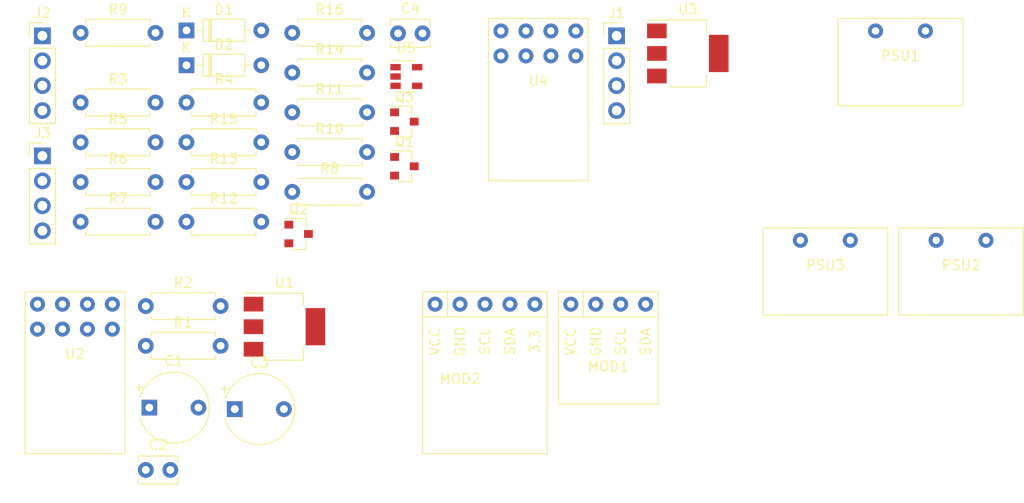
<source format=kicad_pcb>
(kicad_pcb (version 20171130) (host pcbnew "(5.1.0)-1")

  (general
    (thickness 1.6)
    (drawings 0)
    (tracks 0)
    (zones 0)
    (modules 38)
    (nets 45)
  )

  (page A4)
  (layers
    (0 F.Cu signal)
    (31 B.Cu signal)
    (32 B.Adhes user)
    (33 F.Adhes user)
    (34 B.Paste user)
    (35 F.Paste user)
    (36 B.SilkS user)
    (37 F.SilkS user)
    (38 B.Mask user)
    (39 F.Mask user)
    (40 Dwgs.User user)
    (41 Cmts.User user)
    (42 Eco1.User user)
    (43 Eco2.User user)
    (44 Edge.Cuts user)
    (45 Margin user)
    (46 B.CrtYd user)
    (47 F.CrtYd user)
    (48 B.Fab user)
    (49 F.Fab user)
  )

  (setup
    (last_trace_width 0.25)
    (trace_clearance 0.2)
    (zone_clearance 0.508)
    (zone_45_only no)
    (trace_min 0.2)
    (via_size 0.8)
    (via_drill 0.4)
    (via_min_size 0.4)
    (via_min_drill 0.3)
    (uvia_size 0.3)
    (uvia_drill 0.1)
    (uvias_allowed no)
    (uvia_min_size 0.2)
    (uvia_min_drill 0.1)
    (edge_width 0.05)
    (segment_width 0.2)
    (pcb_text_width 0.3)
    (pcb_text_size 1.5 1.5)
    (mod_edge_width 0.12)
    (mod_text_size 1 1)
    (mod_text_width 0.15)
    (pad_size 1.524 1.524)
    (pad_drill 0.762)
    (pad_to_mask_clearance 0.051)
    (solder_mask_min_width 0.25)
    (aux_axis_origin 0 0)
    (visible_elements FFFFFF7F)
    (pcbplotparams
      (layerselection 0x010fc_ffffffff)
      (usegerberextensions false)
      (usegerberattributes false)
      (usegerberadvancedattributes false)
      (creategerberjobfile false)
      (excludeedgelayer true)
      (linewidth 0.100000)
      (plotframeref false)
      (viasonmask false)
      (mode 1)
      (useauxorigin false)
      (hpglpennumber 1)
      (hpglpenspeed 20)
      (hpglpendiameter 15.000000)
      (psnegative false)
      (psa4output false)
      (plotreference true)
      (plotvalue true)
      (plotinvisibletext false)
      (padsonsilk false)
      (subtractmaskfromsilk false)
      (outputformat 1)
      (mirror false)
      (drillshape 1)
      (scaleselection 1)
      (outputdirectory ""))
  )

  (net 0 "")
  (net 1 GND)
  (net 2 "/PSU 1/J1_P2")
  (net 3 "Net-(C2-Pad1)")
  (net 4 "Net-(C4-Pad2)")
  (net 5 "Net-(C4-Pad1)")
  (net 6 GNDS)
  (net 7 "Net-(J1-Pad4)")
  (net 8 "Net-(J1-Pad3)")
  (net 9 "Net-(J1-Pad2)")
  (net 10 "Net-(J1-Pad1)")
  (net 11 "/Anenometer Control Board/J13_P4")
  (net 12 "/Anenometer Control Board/J13_P2")
  (net 13 "/Anenometer Control Board/J13_P8")
  (net 14 "/Anenometer Control Board/J13_P6")
  (net 15 "/Internal ESP8266/J3_P3")
  (net 16 "Net-(MOD1-Pad2)")
  (net 17 "/Internal ESP8266/J3_P2")
  (net 18 "/PSU 2/J5_P2")
  (net 19 "/PSU 2/J5_P1")
  (net 20 "/PSU 2/J5_P3")
  (net 21 "Net-(Q1-Pad3)")
  (net 22 "Net-(Q1-Pad1)")
  (net 23 Vdrive)
  (net 24 "Net-(Q2-Pad1)")
  (net 25 "Net-(Q3-Pad3)")
  (net 26 "Net-(Q3-Pad2)")
  (net 27 "Net-(Q3-Pad1)")
  (net 28 "Net-(R1-Pad2)")
  (net 29 "Net-(R2-Pad2)")
  (net 30 "Net-(R4-Pad1)")
  (net 31 "Net-(R11-Pad2)")
  (net 32 "Net-(R10-Pad1)")
  (net 33 "Net-(R12-Pad1)")
  (net 34 "Net-(U2-Pad8)")
  (net 35 "Net-(U2-Pad1)")
  (net 36 "Net-(U3-Pad1)")
  (net 37 "Net-(U3-Pad3)")
  (net 38 "Net-(U3-Pad2)")
  (net 39 "Net-(U4-Pad8)")
  (net 40 "Net-(U4-Pad6)")
  (net 41 "Net-(U4-Pad5)")
  (net 42 "Net-(U4-Pad4)")
  (net 43 "Net-(U4-Pad3)")
  (net 44 "Net-(U4-Pad1)")

  (net_class Default "This is the default net class."
    (clearance 0.2)
    (trace_width 0.25)
    (via_dia 0.8)
    (via_drill 0.4)
    (uvia_dia 0.3)
    (uvia_drill 0.1)
    (add_net "/Anenometer Control Board/J13_P2")
    (add_net "/Anenometer Control Board/J13_P4")
    (add_net "/Anenometer Control Board/J13_P6")
    (add_net "/Anenometer Control Board/J13_P8")
    (add_net "/Internal ESP8266/J3_P2")
    (add_net "/Internal ESP8266/J3_P3")
    (add_net "/PSU 1/J1_P2")
    (add_net "/PSU 2/J5_P1")
    (add_net "/PSU 2/J5_P2")
    (add_net "/PSU 2/J5_P3")
    (add_net GND)
    (add_net GNDS)
    (add_net "Net-(C2-Pad1)")
    (add_net "Net-(C4-Pad1)")
    (add_net "Net-(C4-Pad2)")
    (add_net "Net-(J1-Pad1)")
    (add_net "Net-(J1-Pad2)")
    (add_net "Net-(J1-Pad3)")
    (add_net "Net-(J1-Pad4)")
    (add_net "Net-(MOD1-Pad2)")
    (add_net "Net-(Q1-Pad1)")
    (add_net "Net-(Q1-Pad3)")
    (add_net "Net-(Q2-Pad1)")
    (add_net "Net-(Q3-Pad1)")
    (add_net "Net-(Q3-Pad2)")
    (add_net "Net-(Q3-Pad3)")
    (add_net "Net-(R1-Pad2)")
    (add_net "Net-(R10-Pad1)")
    (add_net "Net-(R11-Pad2)")
    (add_net "Net-(R12-Pad1)")
    (add_net "Net-(R2-Pad2)")
    (add_net "Net-(R4-Pad1)")
    (add_net "Net-(U2-Pad1)")
    (add_net "Net-(U2-Pad8)")
    (add_net "Net-(U3-Pad1)")
    (add_net "Net-(U3-Pad2)")
    (add_net "Net-(U3-Pad3)")
    (add_net "Net-(U4-Pad1)")
    (add_net "Net-(U4-Pad3)")
    (add_net "Net-(U4-Pad4)")
    (add_net "Net-(U4-Pad5)")
    (add_net "Net-(U4-Pad6)")
    (add_net "Net-(U4-Pad8)")
    (add_net Vdrive)
  )

  (module Package_TO_SOT_SMD:SOT-23-5 (layer F.Cu) (tedit 5A02FF57) (tstamp 5C9BF234)
    (at 65.540277 -165.83)
    (descr "5-pin SOT23 package")
    (tags SOT-23-5)
    (path /5C952539/5C8F90C7)
    (attr smd)
    (fp_text reference U5 (at 0 -2.9) (layer F.SilkS)
      (effects (font (size 1 1) (thickness 0.15)))
    )
    (fp_text value LM321 (at 0 2.9) (layer F.Fab)
      (effects (font (size 1 1) (thickness 0.15)))
    )
    (fp_line (start 0.9 -1.55) (end 0.9 1.55) (layer F.Fab) (width 0.1))
    (fp_line (start 0.9 1.55) (end -0.9 1.55) (layer F.Fab) (width 0.1))
    (fp_line (start -0.9 -0.9) (end -0.9 1.55) (layer F.Fab) (width 0.1))
    (fp_line (start 0.9 -1.55) (end -0.25 -1.55) (layer F.Fab) (width 0.1))
    (fp_line (start -0.9 -0.9) (end -0.25 -1.55) (layer F.Fab) (width 0.1))
    (fp_line (start -1.9 1.8) (end -1.9 -1.8) (layer F.CrtYd) (width 0.05))
    (fp_line (start 1.9 1.8) (end -1.9 1.8) (layer F.CrtYd) (width 0.05))
    (fp_line (start 1.9 -1.8) (end 1.9 1.8) (layer F.CrtYd) (width 0.05))
    (fp_line (start -1.9 -1.8) (end 1.9 -1.8) (layer F.CrtYd) (width 0.05))
    (fp_line (start 0.9 -1.61) (end -1.55 -1.61) (layer F.SilkS) (width 0.12))
    (fp_line (start -0.9 1.61) (end 0.9 1.61) (layer F.SilkS) (width 0.12))
    (fp_text user %R (at 0 0 90) (layer F.Fab)
      (effects (font (size 0.5 0.5) (thickness 0.075)))
    )
    (pad 5 smd rect (at 1.1 -0.95) (size 1.06 0.65) (layers F.Cu F.Paste F.Mask)
      (net 12 "/Anenometer Control Board/J13_P2"))
    (pad 4 smd rect (at 1.1 0.95) (size 1.06 0.65) (layers F.Cu F.Paste F.Mask)
      (net 30 "Net-(R4-Pad1)"))
    (pad 3 smd rect (at -1.1 0.95) (size 1.06 0.65) (layers F.Cu F.Paste F.Mask)
      (net 31 "Net-(R11-Pad2)"))
    (pad 2 smd rect (at -1.1 0) (size 1.06 0.65) (layers F.Cu F.Paste F.Mask)
      (net 6 GNDS))
    (pad 1 smd rect (at -1.1 -0.95) (size 1.06 0.65) (layers F.Cu F.Paste F.Mask)
      (net 32 "Net-(R10-Pad1)"))
    (model ${KISYS3DMOD}/Package_TO_SOT_SMD.3dshapes/SOT-23-5.wrl
      (at (xyz 0 0 0))
      (scale (xyz 1 1 1))
      (rotate (xyz 0 0 0))
    )
  )

  (module footprint:ESP-01 (layer F.Cu) (tedit 5C9B9AD0) (tstamp 5C9BF21F)
    (at 78.985277 -167.935)
    (path /5C93D4CF/5C950A1B)
    (fp_text reference U4 (at 0 2.54) (layer F.SilkS)
      (effects (font (size 1 1) (thickness 0.15)))
    )
    (fp_text value ESP-01v090 (at 0 5.08) (layer F.Fab)
      (effects (font (size 1 1) (thickness 0.15)))
    )
    (fp_line (start -5.08 12.7) (end -5.08 -3.81) (layer F.SilkS) (width 0.12))
    (fp_line (start 5.08 12.7) (end -5.08 12.7) (layer F.SilkS) (width 0.12))
    (fp_line (start 5.08 -3.81) (end 5.08 12.7) (layer F.SilkS) (width 0.12))
    (fp_line (start -5.08 -3.81) (end 5.08 -3.81) (layer F.SilkS) (width 0.12))
    (pad 8 thru_hole circle (at 3.81 0) (size 1.524 1.524) (drill 0.762) (layers *.Cu *.Mask)
      (net 39 "Net-(U4-Pad8)"))
    (pad 7 thru_hole circle (at 1.27 0) (size 1.524 1.524) (drill 0.762) (layers *.Cu *.Mask)
      (net 38 "Net-(U3-Pad2)"))
    (pad 6 thru_hole circle (at -1.27 0) (size 1.524 1.524) (drill 0.762) (layers *.Cu *.Mask)
      (net 40 "Net-(U4-Pad6)"))
    (pad 5 thru_hole circle (at -3.81 0) (size 1.524 1.524) (drill 0.762) (layers *.Cu *.Mask)
      (net 41 "Net-(U4-Pad5)"))
    (pad 4 thru_hole circle (at 3.81 -2.54) (size 1.524 1.524) (drill 0.762) (layers *.Cu *.Mask)
      (net 42 "Net-(U4-Pad4)"))
    (pad 3 thru_hole circle (at 1.27 -2.54) (size 1.524 1.524) (drill 0.762) (layers *.Cu *.Mask)
      (net 43 "Net-(U4-Pad3)"))
    (pad 2 thru_hole circle (at -1.27 -2.54) (size 1.524 1.524) (drill 0.762) (layers *.Cu *.Mask)
      (net 36 "Net-(U3-Pad1)"))
    (pad 1 thru_hole circle (at -3.81 -2.54) (size 1.524 1.524) (drill 0.762) (layers *.Cu *.Mask)
      (net 44 "Net-(U4-Pad1)"))
  )

  (module Package_TO_SOT_SMD:SOT-223-3_TabPin2 (layer F.Cu) (tedit 5A02FF57) (tstamp 5C9BF20F)
    (at 94.200277 -168.18)
    (descr "module CMS SOT223 4 pins")
    (tags "CMS SOT")
    (path /5C93D4CF/5C951D08)
    (attr smd)
    (fp_text reference U3 (at 0 -4.5) (layer F.SilkS)
      (effects (font (size 1 1) (thickness 0.15)))
    )
    (fp_text value AMS1117 (at 0 4.5) (layer F.Fab)
      (effects (font (size 1 1) (thickness 0.15)))
    )
    (fp_line (start 1.85 -3.35) (end 1.85 3.35) (layer F.Fab) (width 0.1))
    (fp_line (start -1.85 3.35) (end 1.85 3.35) (layer F.Fab) (width 0.1))
    (fp_line (start -4.1 -3.41) (end 1.91 -3.41) (layer F.SilkS) (width 0.12))
    (fp_line (start -0.85 -3.35) (end 1.85 -3.35) (layer F.Fab) (width 0.1))
    (fp_line (start -1.85 3.41) (end 1.91 3.41) (layer F.SilkS) (width 0.12))
    (fp_line (start -1.85 -2.35) (end -1.85 3.35) (layer F.Fab) (width 0.1))
    (fp_line (start -1.85 -2.35) (end -0.85 -3.35) (layer F.Fab) (width 0.1))
    (fp_line (start -4.4 -3.6) (end -4.4 3.6) (layer F.CrtYd) (width 0.05))
    (fp_line (start -4.4 3.6) (end 4.4 3.6) (layer F.CrtYd) (width 0.05))
    (fp_line (start 4.4 3.6) (end 4.4 -3.6) (layer F.CrtYd) (width 0.05))
    (fp_line (start 4.4 -3.6) (end -4.4 -3.6) (layer F.CrtYd) (width 0.05))
    (fp_line (start 1.91 -3.41) (end 1.91 -2.15) (layer F.SilkS) (width 0.12))
    (fp_line (start 1.91 3.41) (end 1.91 2.15) (layer F.SilkS) (width 0.12))
    (fp_text user %R (at 0 0 90) (layer F.Fab)
      (effects (font (size 0.8 0.8) (thickness 0.12)))
    )
    (pad 1 smd rect (at -3.15 -2.3) (size 2 1.5) (layers F.Cu F.Paste F.Mask)
      (net 36 "Net-(U3-Pad1)"))
    (pad 3 smd rect (at -3.15 2.3) (size 2 1.5) (layers F.Cu F.Paste F.Mask)
      (net 37 "Net-(U3-Pad3)"))
    (pad 2 smd rect (at -3.15 0) (size 2 1.5) (layers F.Cu F.Paste F.Mask)
      (net 38 "Net-(U3-Pad2)"))
    (pad 2 smd rect (at 3.15 0) (size 2 3.8) (layers F.Cu F.Paste F.Mask)
      (net 38 "Net-(U3-Pad2)"))
    (model ${KISYS3DMOD}/Package_TO_SOT_SMD.3dshapes/SOT-223.wrl
      (at (xyz 0 0 0))
      (scale (xyz 1 1 1))
      (rotate (xyz 0 0 0))
    )
  )

  (module footprint:ESP-01 (layer F.Cu) (tedit 5C9B9AD0) (tstamp 5C9BF1F9)
    (at 31.795277 -140.085)
    (path /5C9253D5/5C9306F6)
    (fp_text reference U2 (at 0 2.54) (layer F.SilkS)
      (effects (font (size 1 1) (thickness 0.15)))
    )
    (fp_text value ESP-01v090 (at 0 5.08) (layer F.Fab)
      (effects (font (size 1 1) (thickness 0.15)))
    )
    (fp_line (start -5.08 12.7) (end -5.08 -3.81) (layer F.SilkS) (width 0.12))
    (fp_line (start 5.08 12.7) (end -5.08 12.7) (layer F.SilkS) (width 0.12))
    (fp_line (start 5.08 -3.81) (end 5.08 12.7) (layer F.SilkS) (width 0.12))
    (fp_line (start -5.08 -3.81) (end 5.08 -3.81) (layer F.SilkS) (width 0.12))
    (pad 8 thru_hole circle (at 3.81 0) (size 1.524 1.524) (drill 0.762) (layers *.Cu *.Mask)
      (net 34 "Net-(U2-Pad8)"))
    (pad 7 thru_hole circle (at 1.27 0) (size 1.524 1.524) (drill 0.762) (layers *.Cu *.Mask)
      (net 3 "Net-(C2-Pad1)"))
    (pad 6 thru_hole circle (at -1.27 0) (size 1.524 1.524) (drill 0.762) (layers *.Cu *.Mask)
      (net 17 "/Internal ESP8266/J3_P2"))
    (pad 5 thru_hole circle (at -3.81 0) (size 1.524 1.524) (drill 0.762) (layers *.Cu *.Mask)
      (net 28 "Net-(R1-Pad2)"))
    (pad 4 thru_hole circle (at 3.81 -2.54) (size 1.524 1.524) (drill 0.762) (layers *.Cu *.Mask)
      (net 15 "/Internal ESP8266/J3_P3"))
    (pad 3 thru_hole circle (at 1.27 -2.54) (size 1.524 1.524) (drill 0.762) (layers *.Cu *.Mask)
      (net 29 "Net-(R2-Pad2)"))
    (pad 2 thru_hole circle (at -1.27 -2.54) (size 1.524 1.524) (drill 0.762) (layers *.Cu *.Mask)
      (net 1 GND))
    (pad 1 thru_hole circle (at -3.81 -2.54) (size 1.524 1.524) (drill 0.762) (layers *.Cu *.Mask)
      (net 35 "Net-(U2-Pad1)"))
  )

  (module Package_TO_SOT_SMD:SOT-223-3_TabPin2 (layer F.Cu) (tedit 5A02FF57) (tstamp 5C9BF1E9)
    (at 53.130277 -140.33)
    (descr "module CMS SOT223 4 pins")
    (tags "CMS SOT")
    (path /5C9253D5/5C938BB3)
    (attr smd)
    (fp_text reference U1 (at 0 -4.5) (layer F.SilkS)
      (effects (font (size 1 1) (thickness 0.15)))
    )
    (fp_text value AMS1117 (at 0 4.5) (layer F.Fab)
      (effects (font (size 1 1) (thickness 0.15)))
    )
    (fp_line (start 1.85 -3.35) (end 1.85 3.35) (layer F.Fab) (width 0.1))
    (fp_line (start -1.85 3.35) (end 1.85 3.35) (layer F.Fab) (width 0.1))
    (fp_line (start -4.1 -3.41) (end 1.91 -3.41) (layer F.SilkS) (width 0.12))
    (fp_line (start -0.85 -3.35) (end 1.85 -3.35) (layer F.Fab) (width 0.1))
    (fp_line (start -1.85 3.41) (end 1.91 3.41) (layer F.SilkS) (width 0.12))
    (fp_line (start -1.85 -2.35) (end -1.85 3.35) (layer F.Fab) (width 0.1))
    (fp_line (start -1.85 -2.35) (end -0.85 -3.35) (layer F.Fab) (width 0.1))
    (fp_line (start -4.4 -3.6) (end -4.4 3.6) (layer F.CrtYd) (width 0.05))
    (fp_line (start -4.4 3.6) (end 4.4 3.6) (layer F.CrtYd) (width 0.05))
    (fp_line (start 4.4 3.6) (end 4.4 -3.6) (layer F.CrtYd) (width 0.05))
    (fp_line (start 4.4 -3.6) (end -4.4 -3.6) (layer F.CrtYd) (width 0.05))
    (fp_line (start 1.91 -3.41) (end 1.91 -2.15) (layer F.SilkS) (width 0.12))
    (fp_line (start 1.91 3.41) (end 1.91 2.15) (layer F.SilkS) (width 0.12))
    (fp_text user %R (at 0 0 90) (layer F.Fab)
      (effects (font (size 0.8 0.8) (thickness 0.12)))
    )
    (pad 1 smd rect (at -3.15 -2.3) (size 2 1.5) (layers F.Cu F.Paste F.Mask)
      (net 1 GND))
    (pad 3 smd rect (at -3.15 2.3) (size 2 1.5) (layers F.Cu F.Paste F.Mask)
      (net 2 "/PSU 1/J1_P2"))
    (pad 2 smd rect (at -3.15 0) (size 2 1.5) (layers F.Cu F.Paste F.Mask)
      (net 3 "Net-(C2-Pad1)"))
    (pad 2 smd rect (at 3.15 0) (size 2 3.8) (layers F.Cu F.Paste F.Mask)
      (net 3 "Net-(C2-Pad1)"))
    (model ${KISYS3DMOD}/Package_TO_SOT_SMD.3dshapes/SOT-223.wrl
      (at (xyz 0 0 0))
      (scale (xyz 1 1 1))
      (rotate (xyz 0 0 0))
    )
  )

  (module Resistor_THT:R_Axial_DIN0207_L6.3mm_D2.5mm_P7.62mm_Horizontal (layer F.Cu) (tedit 5AE5139B) (tstamp 5C9BF1D3)
    (at 53.920277 -170.28)
    (descr "Resistor, Axial_DIN0207 series, Axial, Horizontal, pin pitch=7.62mm, 0.25W = 1/4W, length*diameter=6.3*2.5mm^2, http://cdn-reichelt.de/documents/datenblatt/B400/1_4W%23YAG.pdf")
    (tags "Resistor Axial_DIN0207 series Axial Horizontal pin pitch 7.62mm 0.25W = 1/4W length 6.3mm diameter 2.5mm")
    (path /5C952539/5C914922)
    (fp_text reference R16 (at 3.81 -2.37) (layer F.SilkS)
      (effects (font (size 1 1) (thickness 0.15)))
    )
    (fp_text value 3.3k (at 3.81 2.37) (layer F.Fab)
      (effects (font (size 1 1) (thickness 0.15)))
    )
    (fp_text user %R (at 3.81 0) (layer F.Fab)
      (effects (font (size 1 1) (thickness 0.15)))
    )
    (fp_line (start 8.67 -1.5) (end -1.05 -1.5) (layer F.CrtYd) (width 0.05))
    (fp_line (start 8.67 1.5) (end 8.67 -1.5) (layer F.CrtYd) (width 0.05))
    (fp_line (start -1.05 1.5) (end 8.67 1.5) (layer F.CrtYd) (width 0.05))
    (fp_line (start -1.05 -1.5) (end -1.05 1.5) (layer F.CrtYd) (width 0.05))
    (fp_line (start 7.08 1.37) (end 7.08 1.04) (layer F.SilkS) (width 0.12))
    (fp_line (start 0.54 1.37) (end 7.08 1.37) (layer F.SilkS) (width 0.12))
    (fp_line (start 0.54 1.04) (end 0.54 1.37) (layer F.SilkS) (width 0.12))
    (fp_line (start 7.08 -1.37) (end 7.08 -1.04) (layer F.SilkS) (width 0.12))
    (fp_line (start 0.54 -1.37) (end 7.08 -1.37) (layer F.SilkS) (width 0.12))
    (fp_line (start 0.54 -1.04) (end 0.54 -1.37) (layer F.SilkS) (width 0.12))
    (fp_line (start 7.62 0) (end 6.96 0) (layer F.Fab) (width 0.1))
    (fp_line (start 0 0) (end 0.66 0) (layer F.Fab) (width 0.1))
    (fp_line (start 6.96 -1.25) (end 0.66 -1.25) (layer F.Fab) (width 0.1))
    (fp_line (start 6.96 1.25) (end 6.96 -1.25) (layer F.Fab) (width 0.1))
    (fp_line (start 0.66 1.25) (end 6.96 1.25) (layer F.Fab) (width 0.1))
    (fp_line (start 0.66 -1.25) (end 0.66 1.25) (layer F.Fab) (width 0.1))
    (pad 2 thru_hole oval (at 7.62 0) (size 1.6 1.6) (drill 0.8) (layers *.Cu *.Mask)
      (net 5 "Net-(C4-Pad1)"))
    (pad 1 thru_hole circle (at 0 0) (size 1.6 1.6) (drill 0.8) (layers *.Cu *.Mask)
      (net 23 Vdrive))
    (model ${KISYS3DMOD}/Resistor_THT.3dshapes/R_Axial_DIN0207_L6.3mm_D2.5mm_P7.62mm_Horizontal.wrl
      (at (xyz 0 0 0))
      (scale (xyz 1 1 1))
      (rotate (xyz 0 0 0))
    )
  )

  (module Resistor_THT:R_Axial_DIN0207_L6.3mm_D2.5mm_P7.62mm_Horizontal (layer F.Cu) (tedit 5AE5139B) (tstamp 5C9BF1BC)
    (at 43.150277 -159.13)
    (descr "Resistor, Axial_DIN0207 series, Axial, Horizontal, pin pitch=7.62mm, 0.25W = 1/4W, length*diameter=6.3*2.5mm^2, http://cdn-reichelt.de/documents/datenblatt/B400/1_4W%23YAG.pdf")
    (tags "Resistor Axial_DIN0207 series Axial Horizontal pin pitch 7.62mm 0.25W = 1/4W length 6.3mm diameter 2.5mm")
    (path /5C952539/5C912BAF)
    (fp_text reference R15 (at 3.81 -2.37) (layer F.SilkS)
      (effects (font (size 1 1) (thickness 0.15)))
    )
    (fp_text value 47K (at 3.81 2.37) (layer F.Fab)
      (effects (font (size 1 1) (thickness 0.15)))
    )
    (fp_text user %R (at 3.81 0) (layer F.Fab)
      (effects (font (size 1 1) (thickness 0.15)))
    )
    (fp_line (start 8.67 -1.5) (end -1.05 -1.5) (layer F.CrtYd) (width 0.05))
    (fp_line (start 8.67 1.5) (end 8.67 -1.5) (layer F.CrtYd) (width 0.05))
    (fp_line (start -1.05 1.5) (end 8.67 1.5) (layer F.CrtYd) (width 0.05))
    (fp_line (start -1.05 -1.5) (end -1.05 1.5) (layer F.CrtYd) (width 0.05))
    (fp_line (start 7.08 1.37) (end 7.08 1.04) (layer F.SilkS) (width 0.12))
    (fp_line (start 0.54 1.37) (end 7.08 1.37) (layer F.SilkS) (width 0.12))
    (fp_line (start 0.54 1.04) (end 0.54 1.37) (layer F.SilkS) (width 0.12))
    (fp_line (start 7.08 -1.37) (end 7.08 -1.04) (layer F.SilkS) (width 0.12))
    (fp_line (start 0.54 -1.37) (end 7.08 -1.37) (layer F.SilkS) (width 0.12))
    (fp_line (start 0.54 -1.04) (end 0.54 -1.37) (layer F.SilkS) (width 0.12))
    (fp_line (start 7.62 0) (end 6.96 0) (layer F.Fab) (width 0.1))
    (fp_line (start 0 0) (end 0.66 0) (layer F.Fab) (width 0.1))
    (fp_line (start 6.96 -1.25) (end 0.66 -1.25) (layer F.Fab) (width 0.1))
    (fp_line (start 6.96 1.25) (end 6.96 -1.25) (layer F.Fab) (width 0.1))
    (fp_line (start 0.66 1.25) (end 6.96 1.25) (layer F.Fab) (width 0.1))
    (fp_line (start 0.66 -1.25) (end 0.66 1.25) (layer F.Fab) (width 0.1))
    (pad 2 thru_hole oval (at 7.62 0) (size 1.6 1.6) (drill 0.8) (layers *.Cu *.Mask)
      (net 23 Vdrive))
    (pad 1 thru_hole circle (at 0 0) (size 1.6 1.6) (drill 0.8) (layers *.Cu *.Mask)
      (net 6 GNDS))
    (model ${KISYS3DMOD}/Resistor_THT.3dshapes/R_Axial_DIN0207_L6.3mm_D2.5mm_P7.62mm_Horizontal.wrl
      (at (xyz 0 0 0))
      (scale (xyz 1 1 1))
      (rotate (xyz 0 0 0))
    )
  )

  (module Resistor_THT:R_Axial_DIN0207_L6.3mm_D2.5mm_P7.62mm_Horizontal (layer F.Cu) (tedit 5AE5139B) (tstamp 5C9BF1A5)
    (at 53.920277 -166.23)
    (descr "Resistor, Axial_DIN0207 series, Axial, Horizontal, pin pitch=7.62mm, 0.25W = 1/4W, length*diameter=6.3*2.5mm^2, http://cdn-reichelt.de/documents/datenblatt/B400/1_4W%23YAG.pdf")
    (tags "Resistor Axial_DIN0207 series Axial Horizontal pin pitch 7.62mm 0.25W = 1/4W length 6.3mm diameter 2.5mm")
    (path /5C952539/5C90F143)
    (fp_text reference R14 (at 3.81 -2.37) (layer F.SilkS)
      (effects (font (size 1 1) (thickness 0.15)))
    )
    (fp_text value 680 (at 3.81 2.37) (layer F.Fab)
      (effects (font (size 1 1) (thickness 0.15)))
    )
    (fp_text user %R (at 3.81 0) (layer F.Fab)
      (effects (font (size 1 1) (thickness 0.15)))
    )
    (fp_line (start 8.67 -1.5) (end -1.05 -1.5) (layer F.CrtYd) (width 0.05))
    (fp_line (start 8.67 1.5) (end 8.67 -1.5) (layer F.CrtYd) (width 0.05))
    (fp_line (start -1.05 1.5) (end 8.67 1.5) (layer F.CrtYd) (width 0.05))
    (fp_line (start -1.05 -1.5) (end -1.05 1.5) (layer F.CrtYd) (width 0.05))
    (fp_line (start 7.08 1.37) (end 7.08 1.04) (layer F.SilkS) (width 0.12))
    (fp_line (start 0.54 1.37) (end 7.08 1.37) (layer F.SilkS) (width 0.12))
    (fp_line (start 0.54 1.04) (end 0.54 1.37) (layer F.SilkS) (width 0.12))
    (fp_line (start 7.08 -1.37) (end 7.08 -1.04) (layer F.SilkS) (width 0.12))
    (fp_line (start 0.54 -1.37) (end 7.08 -1.37) (layer F.SilkS) (width 0.12))
    (fp_line (start 0.54 -1.04) (end 0.54 -1.37) (layer F.SilkS) (width 0.12))
    (fp_line (start 7.62 0) (end 6.96 0) (layer F.Fab) (width 0.1))
    (fp_line (start 0 0) (end 0.66 0) (layer F.Fab) (width 0.1))
    (fp_line (start 6.96 -1.25) (end 0.66 -1.25) (layer F.Fab) (width 0.1))
    (fp_line (start 6.96 1.25) (end 6.96 -1.25) (layer F.Fab) (width 0.1))
    (fp_line (start 0.66 1.25) (end 6.96 1.25) (layer F.Fab) (width 0.1))
    (fp_line (start 0.66 -1.25) (end 0.66 1.25) (layer F.Fab) (width 0.1))
    (pad 2 thru_hole oval (at 7.62 0) (size 1.6 1.6) (drill 0.8) (layers *.Cu *.Mask)
      (net 6 GNDS))
    (pad 1 thru_hole circle (at 0 0) (size 1.6 1.6) (drill 0.8) (layers *.Cu *.Mask)
      (net 25 "Net-(Q3-Pad3)"))
    (model ${KISYS3DMOD}/Resistor_THT.3dshapes/R_Axial_DIN0207_L6.3mm_D2.5mm_P7.62mm_Horizontal.wrl
      (at (xyz 0 0 0))
      (scale (xyz 1 1 1))
      (rotate (xyz 0 0 0))
    )
  )

  (module Resistor_THT:R_Axial_DIN0207_L6.3mm_D2.5mm_P7.62mm_Horizontal (layer F.Cu) (tedit 5AE5139B) (tstamp 5C9BF18E)
    (at 43.150277 -155.08)
    (descr "Resistor, Axial_DIN0207 series, Axial, Horizontal, pin pitch=7.62mm, 0.25W = 1/4W, length*diameter=6.3*2.5mm^2, http://cdn-reichelt.de/documents/datenblatt/B400/1_4W%23YAG.pdf")
    (tags "Resistor Axial_DIN0207 series Axial Horizontal pin pitch 7.62mm 0.25W = 1/4W length 6.3mm diameter 2.5mm")
    (path /5C952539/5C9120FF)
    (fp_text reference R13 (at 3.81 -2.37) (layer F.SilkS)
      (effects (font (size 1 1) (thickness 0.15)))
    )
    (fp_text value 20K (at 3.81 2.37) (layer F.Fab)
      (effects (font (size 1 1) (thickness 0.15)))
    )
    (fp_text user %R (at 3.81 0) (layer F.Fab)
      (effects (font (size 1 1) (thickness 0.15)))
    )
    (fp_line (start 8.67 -1.5) (end -1.05 -1.5) (layer F.CrtYd) (width 0.05))
    (fp_line (start 8.67 1.5) (end 8.67 -1.5) (layer F.CrtYd) (width 0.05))
    (fp_line (start -1.05 1.5) (end 8.67 1.5) (layer F.CrtYd) (width 0.05))
    (fp_line (start -1.05 -1.5) (end -1.05 1.5) (layer F.CrtYd) (width 0.05))
    (fp_line (start 7.08 1.37) (end 7.08 1.04) (layer F.SilkS) (width 0.12))
    (fp_line (start 0.54 1.37) (end 7.08 1.37) (layer F.SilkS) (width 0.12))
    (fp_line (start 0.54 1.04) (end 0.54 1.37) (layer F.SilkS) (width 0.12))
    (fp_line (start 7.08 -1.37) (end 7.08 -1.04) (layer F.SilkS) (width 0.12))
    (fp_line (start 0.54 -1.37) (end 7.08 -1.37) (layer F.SilkS) (width 0.12))
    (fp_line (start 0.54 -1.04) (end 0.54 -1.37) (layer F.SilkS) (width 0.12))
    (fp_line (start 7.62 0) (end 6.96 0) (layer F.Fab) (width 0.1))
    (fp_line (start 0 0) (end 0.66 0) (layer F.Fab) (width 0.1))
    (fp_line (start 6.96 -1.25) (end 0.66 -1.25) (layer F.Fab) (width 0.1))
    (fp_line (start 6.96 1.25) (end 6.96 -1.25) (layer F.Fab) (width 0.1))
    (fp_line (start 0.66 1.25) (end 6.96 1.25) (layer F.Fab) (width 0.1))
    (fp_line (start 0.66 -1.25) (end 0.66 1.25) (layer F.Fab) (width 0.1))
    (pad 2 thru_hole oval (at 7.62 0) (size 1.6 1.6) (drill 0.8) (layers *.Cu *.Mask)
      (net 6 GNDS))
    (pad 1 thru_hole circle (at 0 0) (size 1.6 1.6) (drill 0.8) (layers *.Cu *.Mask)
      (net 27 "Net-(Q3-Pad1)"))
    (model ${KISYS3DMOD}/Resistor_THT.3dshapes/R_Axial_DIN0207_L6.3mm_D2.5mm_P7.62mm_Horizontal.wrl
      (at (xyz 0 0 0))
      (scale (xyz 1 1 1))
      (rotate (xyz 0 0 0))
    )
  )

  (module Resistor_THT:R_Axial_DIN0207_L6.3mm_D2.5mm_P7.62mm_Horizontal (layer F.Cu) (tedit 5AE5139B) (tstamp 5C9BF177)
    (at 43.150277 -151.03)
    (descr "Resistor, Axial_DIN0207 series, Axial, Horizontal, pin pitch=7.62mm, 0.25W = 1/4W, length*diameter=6.3*2.5mm^2, http://cdn-reichelt.de/documents/datenblatt/B400/1_4W%23YAG.pdf")
    (tags "Resistor Axial_DIN0207 series Axial Horizontal pin pitch 7.62mm 0.25W = 1/4W length 6.3mm diameter 2.5mm")
    (path /5C952539/5C9100FA)
    (fp_text reference R12 (at 3.81 -2.37) (layer F.SilkS)
      (effects (font (size 1 1) (thickness 0.15)))
    )
    (fp_text value 20K (at 3.81 2.37) (layer F.Fab)
      (effects (font (size 1 1) (thickness 0.15)))
    )
    (fp_text user %R (at 3.81 0) (layer F.Fab)
      (effects (font (size 1 1) (thickness 0.15)))
    )
    (fp_line (start 8.67 -1.5) (end -1.05 -1.5) (layer F.CrtYd) (width 0.05))
    (fp_line (start 8.67 1.5) (end 8.67 -1.5) (layer F.CrtYd) (width 0.05))
    (fp_line (start -1.05 1.5) (end 8.67 1.5) (layer F.CrtYd) (width 0.05))
    (fp_line (start -1.05 -1.5) (end -1.05 1.5) (layer F.CrtYd) (width 0.05))
    (fp_line (start 7.08 1.37) (end 7.08 1.04) (layer F.SilkS) (width 0.12))
    (fp_line (start 0.54 1.37) (end 7.08 1.37) (layer F.SilkS) (width 0.12))
    (fp_line (start 0.54 1.04) (end 0.54 1.37) (layer F.SilkS) (width 0.12))
    (fp_line (start 7.08 -1.37) (end 7.08 -1.04) (layer F.SilkS) (width 0.12))
    (fp_line (start 0.54 -1.37) (end 7.08 -1.37) (layer F.SilkS) (width 0.12))
    (fp_line (start 0.54 -1.04) (end 0.54 -1.37) (layer F.SilkS) (width 0.12))
    (fp_line (start 7.62 0) (end 6.96 0) (layer F.Fab) (width 0.1))
    (fp_line (start 0 0) (end 0.66 0) (layer F.Fab) (width 0.1))
    (fp_line (start 6.96 -1.25) (end 0.66 -1.25) (layer F.Fab) (width 0.1))
    (fp_line (start 6.96 1.25) (end 6.96 -1.25) (layer F.Fab) (width 0.1))
    (fp_line (start 0.66 1.25) (end 6.96 1.25) (layer F.Fab) (width 0.1))
    (fp_line (start 0.66 -1.25) (end 0.66 1.25) (layer F.Fab) (width 0.1))
    (pad 2 thru_hole oval (at 7.62 0) (size 1.6 1.6) (drill 0.8) (layers *.Cu *.Mask)
      (net 27 "Net-(Q3-Pad1)"))
    (pad 1 thru_hole circle (at 0 0) (size 1.6 1.6) (drill 0.8) (layers *.Cu *.Mask)
      (net 33 "Net-(R12-Pad1)"))
    (model ${KISYS3DMOD}/Resistor_THT.3dshapes/R_Axial_DIN0207_L6.3mm_D2.5mm_P7.62mm_Horizontal.wrl
      (at (xyz 0 0 0))
      (scale (xyz 1 1 1))
      (rotate (xyz 0 0 0))
    )
  )

  (module Resistor_THT:R_Axial_DIN0207_L6.3mm_D2.5mm_P7.62mm_Horizontal (layer F.Cu) (tedit 5AE5139B) (tstamp 5C9BF160)
    (at 53.920277 -162.18)
    (descr "Resistor, Axial_DIN0207 series, Axial, Horizontal, pin pitch=7.62mm, 0.25W = 1/4W, length*diameter=6.3*2.5mm^2, http://cdn-reichelt.de/documents/datenblatt/B400/1_4W%23YAG.pdf")
    (tags "Resistor Axial_DIN0207 series Axial Horizontal pin pitch 7.62mm 0.25W = 1/4W length 6.3mm diameter 2.5mm")
    (path /5C952539/5C96E23C)
    (fp_text reference R11 (at 3.81 -2.37) (layer F.SilkS)
      (effects (font (size 1 1) (thickness 0.15)))
    )
    (fp_text value 4.7K (at 3.81 2.37) (layer F.Fab)
      (effects (font (size 1 1) (thickness 0.15)))
    )
    (fp_text user %R (at 3.81 0) (layer F.Fab)
      (effects (font (size 1 1) (thickness 0.15)))
    )
    (fp_line (start 8.67 -1.5) (end -1.05 -1.5) (layer F.CrtYd) (width 0.05))
    (fp_line (start 8.67 1.5) (end 8.67 -1.5) (layer F.CrtYd) (width 0.05))
    (fp_line (start -1.05 1.5) (end 8.67 1.5) (layer F.CrtYd) (width 0.05))
    (fp_line (start -1.05 -1.5) (end -1.05 1.5) (layer F.CrtYd) (width 0.05))
    (fp_line (start 7.08 1.37) (end 7.08 1.04) (layer F.SilkS) (width 0.12))
    (fp_line (start 0.54 1.37) (end 7.08 1.37) (layer F.SilkS) (width 0.12))
    (fp_line (start 0.54 1.04) (end 0.54 1.37) (layer F.SilkS) (width 0.12))
    (fp_line (start 7.08 -1.37) (end 7.08 -1.04) (layer F.SilkS) (width 0.12))
    (fp_line (start 0.54 -1.37) (end 7.08 -1.37) (layer F.SilkS) (width 0.12))
    (fp_line (start 0.54 -1.04) (end 0.54 -1.37) (layer F.SilkS) (width 0.12))
    (fp_line (start 7.62 0) (end 6.96 0) (layer F.Fab) (width 0.1))
    (fp_line (start 0 0) (end 0.66 0) (layer F.Fab) (width 0.1))
    (fp_line (start 6.96 -1.25) (end 0.66 -1.25) (layer F.Fab) (width 0.1))
    (fp_line (start 6.96 1.25) (end 6.96 -1.25) (layer F.Fab) (width 0.1))
    (fp_line (start 0.66 1.25) (end 6.96 1.25) (layer F.Fab) (width 0.1))
    (fp_line (start 0.66 -1.25) (end 0.66 1.25) (layer F.Fab) (width 0.1))
    (pad 2 thru_hole oval (at 7.62 0) (size 1.6 1.6) (drill 0.8) (layers *.Cu *.Mask)
      (net 31 "Net-(R11-Pad2)"))
    (pad 1 thru_hole circle (at 0 0) (size 1.6 1.6) (drill 0.8) (layers *.Cu *.Mask)
      (net 4 "Net-(C4-Pad2)"))
    (model ${KISYS3DMOD}/Resistor_THT.3dshapes/R_Axial_DIN0207_L6.3mm_D2.5mm_P7.62mm_Horizontal.wrl
      (at (xyz 0 0 0))
      (scale (xyz 1 1 1))
      (rotate (xyz 0 0 0))
    )
  )

  (module Resistor_THT:R_Axial_DIN0207_L6.3mm_D2.5mm_P7.62mm_Horizontal (layer F.Cu) (tedit 5AE5139B) (tstamp 5C9BF149)
    (at 53.920277 -158.13)
    (descr "Resistor, Axial_DIN0207 series, Axial, Horizontal, pin pitch=7.62mm, 0.25W = 1/4W, length*diameter=6.3*2.5mm^2, http://cdn-reichelt.de/documents/datenblatt/B400/1_4W%23YAG.pdf")
    (tags "Resistor Axial_DIN0207 series Axial Horizontal pin pitch 7.62mm 0.25W = 1/4W length 6.3mm diameter 2.5mm")
    (path /5C952539/5C96EBEA)
    (fp_text reference R10 (at 3.81 -2.37) (layer F.SilkS)
      (effects (font (size 1 1) (thickness 0.15)))
    )
    (fp_text value 4.7K (at 3.81 2.37) (layer F.Fab)
      (effects (font (size 1 1) (thickness 0.15)))
    )
    (fp_text user %R (at 3.81 0) (layer F.Fab)
      (effects (font (size 1 1) (thickness 0.15)))
    )
    (fp_line (start 8.67 -1.5) (end -1.05 -1.5) (layer F.CrtYd) (width 0.05))
    (fp_line (start 8.67 1.5) (end 8.67 -1.5) (layer F.CrtYd) (width 0.05))
    (fp_line (start -1.05 1.5) (end 8.67 1.5) (layer F.CrtYd) (width 0.05))
    (fp_line (start -1.05 -1.5) (end -1.05 1.5) (layer F.CrtYd) (width 0.05))
    (fp_line (start 7.08 1.37) (end 7.08 1.04) (layer F.SilkS) (width 0.12))
    (fp_line (start 0.54 1.37) (end 7.08 1.37) (layer F.SilkS) (width 0.12))
    (fp_line (start 0.54 1.04) (end 0.54 1.37) (layer F.SilkS) (width 0.12))
    (fp_line (start 7.08 -1.37) (end 7.08 -1.04) (layer F.SilkS) (width 0.12))
    (fp_line (start 0.54 -1.37) (end 7.08 -1.37) (layer F.SilkS) (width 0.12))
    (fp_line (start 0.54 -1.04) (end 0.54 -1.37) (layer F.SilkS) (width 0.12))
    (fp_line (start 7.62 0) (end 6.96 0) (layer F.Fab) (width 0.1))
    (fp_line (start 0 0) (end 0.66 0) (layer F.Fab) (width 0.1))
    (fp_line (start 6.96 -1.25) (end 0.66 -1.25) (layer F.Fab) (width 0.1))
    (fp_line (start 6.96 1.25) (end 6.96 -1.25) (layer F.Fab) (width 0.1))
    (fp_line (start 0.66 1.25) (end 6.96 1.25) (layer F.Fab) (width 0.1))
    (fp_line (start 0.66 -1.25) (end 0.66 1.25) (layer F.Fab) (width 0.1))
    (pad 2 thru_hole oval (at 7.62 0) (size 1.6 1.6) (drill 0.8) (layers *.Cu *.Mask)
      (net 6 GNDS))
    (pad 1 thru_hole circle (at 0 0) (size 1.6 1.6) (drill 0.8) (layers *.Cu *.Mask)
      (net 32 "Net-(R10-Pad1)"))
    (model ${KISYS3DMOD}/Resistor_THT.3dshapes/R_Axial_DIN0207_L6.3mm_D2.5mm_P7.62mm_Horizontal.wrl
      (at (xyz 0 0 0))
      (scale (xyz 1 1 1))
      (rotate (xyz 0 0 0))
    )
  )

  (module Resistor_THT:R_Axial_DIN0207_L6.3mm_D2.5mm_P7.62mm_Horizontal (layer F.Cu) (tedit 5AE5139B) (tstamp 5C9BF132)
    (at 32.380277 -170.28)
    (descr "Resistor, Axial_DIN0207 series, Axial, Horizontal, pin pitch=7.62mm, 0.25W = 1/4W, length*diameter=6.3*2.5mm^2, http://cdn-reichelt.de/documents/datenblatt/B400/1_4W%23YAG.pdf")
    (tags "Resistor Axial_DIN0207 series Axial Horizontal pin pitch 7.62mm 0.25W = 1/4W length 6.3mm diameter 2.5mm")
    (path /5C952539/5C919740)
    (fp_text reference R9 (at 3.81 -2.37) (layer F.SilkS)
      (effects (font (size 1 1) (thickness 0.15)))
    )
    (fp_text value 4.7K (at 3.81 2.37) (layer F.Fab)
      (effects (font (size 1 1) (thickness 0.15)))
    )
    (fp_text user %R (at 3.81 0) (layer F.Fab)
      (effects (font (size 1 1) (thickness 0.15)))
    )
    (fp_line (start 8.67 -1.5) (end -1.05 -1.5) (layer F.CrtYd) (width 0.05))
    (fp_line (start 8.67 1.5) (end 8.67 -1.5) (layer F.CrtYd) (width 0.05))
    (fp_line (start -1.05 1.5) (end 8.67 1.5) (layer F.CrtYd) (width 0.05))
    (fp_line (start -1.05 -1.5) (end -1.05 1.5) (layer F.CrtYd) (width 0.05))
    (fp_line (start 7.08 1.37) (end 7.08 1.04) (layer F.SilkS) (width 0.12))
    (fp_line (start 0.54 1.37) (end 7.08 1.37) (layer F.SilkS) (width 0.12))
    (fp_line (start 0.54 1.04) (end 0.54 1.37) (layer F.SilkS) (width 0.12))
    (fp_line (start 7.08 -1.37) (end 7.08 -1.04) (layer F.SilkS) (width 0.12))
    (fp_line (start 0.54 -1.37) (end 7.08 -1.37) (layer F.SilkS) (width 0.12))
    (fp_line (start 0.54 -1.04) (end 0.54 -1.37) (layer F.SilkS) (width 0.12))
    (fp_line (start 7.62 0) (end 6.96 0) (layer F.Fab) (width 0.1))
    (fp_line (start 0 0) (end 0.66 0) (layer F.Fab) (width 0.1))
    (fp_line (start 6.96 -1.25) (end 0.66 -1.25) (layer F.Fab) (width 0.1))
    (fp_line (start 6.96 1.25) (end 6.96 -1.25) (layer F.Fab) (width 0.1))
    (fp_line (start 0.66 1.25) (end 6.96 1.25) (layer F.Fab) (width 0.1))
    (fp_line (start 0.66 -1.25) (end 0.66 1.25) (layer F.Fab) (width 0.1))
    (pad 2 thru_hole oval (at 7.62 0) (size 1.6 1.6) (drill 0.8) (layers *.Cu *.Mask)
      (net 12 "/Anenometer Control Board/J13_P2"))
    (pad 1 thru_hole circle (at 0 0) (size 1.6 1.6) (drill 0.8) (layers *.Cu *.Mask)
      (net 32 "Net-(R10-Pad1)"))
    (model ${KISYS3DMOD}/Resistor_THT.3dshapes/R_Axial_DIN0207_L6.3mm_D2.5mm_P7.62mm_Horizontal.wrl
      (at (xyz 0 0 0))
      (scale (xyz 1 1 1))
      (rotate (xyz 0 0 0))
    )
  )

  (module Resistor_THT:R_Axial_DIN0207_L6.3mm_D2.5mm_P7.62mm_Horizontal (layer F.Cu) (tedit 5AE5139B) (tstamp 5C9BF11B)
    (at 53.920277 -154.08)
    (descr "Resistor, Axial_DIN0207 series, Axial, Horizontal, pin pitch=7.62mm, 0.25W = 1/4W, length*diameter=6.3*2.5mm^2, http://cdn-reichelt.de/documents/datenblatt/B400/1_4W%23YAG.pdf")
    (tags "Resistor Axial_DIN0207 series Axial Horizontal pin pitch 7.62mm 0.25W = 1/4W length 6.3mm diameter 2.5mm")
    (path /5C952539/5C913744)
    (fp_text reference R8 (at 3.81 -2.37) (layer F.SilkS)
      (effects (font (size 1 1) (thickness 0.15)))
    )
    (fp_text value 10K (at 3.81 2.37) (layer F.Fab)
      (effects (font (size 1 1) (thickness 0.15)))
    )
    (fp_text user %R (at 3.81 0) (layer F.Fab)
      (effects (font (size 1 1) (thickness 0.15)))
    )
    (fp_line (start 8.67 -1.5) (end -1.05 -1.5) (layer F.CrtYd) (width 0.05))
    (fp_line (start 8.67 1.5) (end 8.67 -1.5) (layer F.CrtYd) (width 0.05))
    (fp_line (start -1.05 1.5) (end 8.67 1.5) (layer F.CrtYd) (width 0.05))
    (fp_line (start -1.05 -1.5) (end -1.05 1.5) (layer F.CrtYd) (width 0.05))
    (fp_line (start 7.08 1.37) (end 7.08 1.04) (layer F.SilkS) (width 0.12))
    (fp_line (start 0.54 1.37) (end 7.08 1.37) (layer F.SilkS) (width 0.12))
    (fp_line (start 0.54 1.04) (end 0.54 1.37) (layer F.SilkS) (width 0.12))
    (fp_line (start 7.08 -1.37) (end 7.08 -1.04) (layer F.SilkS) (width 0.12))
    (fp_line (start 0.54 -1.37) (end 7.08 -1.37) (layer F.SilkS) (width 0.12))
    (fp_line (start 0.54 -1.04) (end 0.54 -1.37) (layer F.SilkS) (width 0.12))
    (fp_line (start 7.62 0) (end 6.96 0) (layer F.Fab) (width 0.1))
    (fp_line (start 0 0) (end 0.66 0) (layer F.Fab) (width 0.1))
    (fp_line (start 6.96 -1.25) (end 0.66 -1.25) (layer F.Fab) (width 0.1))
    (fp_line (start 6.96 1.25) (end 6.96 -1.25) (layer F.Fab) (width 0.1))
    (fp_line (start 0.66 1.25) (end 6.96 1.25) (layer F.Fab) (width 0.1))
    (fp_line (start 0.66 -1.25) (end 0.66 1.25) (layer F.Fab) (width 0.1))
    (pad 2 thru_hole oval (at 7.62 0) (size 1.6 1.6) (drill 0.8) (layers *.Cu *.Mask)
      (net 21 "Net-(Q1-Pad3)"))
    (pad 1 thru_hole circle (at 0 0) (size 1.6 1.6) (drill 0.8) (layers *.Cu *.Mask)
      (net 24 "Net-(Q2-Pad1)"))
    (model ${KISYS3DMOD}/Resistor_THT.3dshapes/R_Axial_DIN0207_L6.3mm_D2.5mm_P7.62mm_Horizontal.wrl
      (at (xyz 0 0 0))
      (scale (xyz 1 1 1))
      (rotate (xyz 0 0 0))
    )
  )

  (module Resistor_THT:R_Axial_DIN0207_L6.3mm_D2.5mm_P7.62mm_Horizontal (layer F.Cu) (tedit 5AE5139B) (tstamp 5C9BF104)
    (at 32.380277 -151.03)
    (descr "Resistor, Axial_DIN0207 series, Axial, Horizontal, pin pitch=7.62mm, 0.25W = 1/4W, length*diameter=6.3*2.5mm^2, http://cdn-reichelt.de/documents/datenblatt/B400/1_4W%23YAG.pdf")
    (tags "Resistor Axial_DIN0207 series Axial Horizontal pin pitch 7.62mm 0.25W = 1/4W length 6.3mm diameter 2.5mm")
    (path /5C952539/5C97DE0F)
    (fp_text reference R7 (at 3.81 -2.37) (layer F.SilkS)
      (effects (font (size 1 1) (thickness 0.15)))
    )
    (fp_text value 4.7K (at 3.81 2.37) (layer F.Fab)
      (effects (font (size 1 1) (thickness 0.15)))
    )
    (fp_text user %R (at 3.81 0) (layer F.Fab)
      (effects (font (size 1 1) (thickness 0.15)))
    )
    (fp_line (start 8.67 -1.5) (end -1.05 -1.5) (layer F.CrtYd) (width 0.05))
    (fp_line (start 8.67 1.5) (end 8.67 -1.5) (layer F.CrtYd) (width 0.05))
    (fp_line (start -1.05 1.5) (end 8.67 1.5) (layer F.CrtYd) (width 0.05))
    (fp_line (start -1.05 -1.5) (end -1.05 1.5) (layer F.CrtYd) (width 0.05))
    (fp_line (start 7.08 1.37) (end 7.08 1.04) (layer F.SilkS) (width 0.12))
    (fp_line (start 0.54 1.37) (end 7.08 1.37) (layer F.SilkS) (width 0.12))
    (fp_line (start 0.54 1.04) (end 0.54 1.37) (layer F.SilkS) (width 0.12))
    (fp_line (start 7.08 -1.37) (end 7.08 -1.04) (layer F.SilkS) (width 0.12))
    (fp_line (start 0.54 -1.37) (end 7.08 -1.37) (layer F.SilkS) (width 0.12))
    (fp_line (start 0.54 -1.04) (end 0.54 -1.37) (layer F.SilkS) (width 0.12))
    (fp_line (start 7.62 0) (end 6.96 0) (layer F.Fab) (width 0.1))
    (fp_line (start 0 0) (end 0.66 0) (layer F.Fab) (width 0.1))
    (fp_line (start 6.96 -1.25) (end 0.66 -1.25) (layer F.Fab) (width 0.1))
    (fp_line (start 6.96 1.25) (end 6.96 -1.25) (layer F.Fab) (width 0.1))
    (fp_line (start 0.66 1.25) (end 6.96 1.25) (layer F.Fab) (width 0.1))
    (fp_line (start 0.66 -1.25) (end 0.66 1.25) (layer F.Fab) (width 0.1))
    (pad 2 thru_hole oval (at 7.62 0) (size 1.6 1.6) (drill 0.8) (layers *.Cu *.Mask)
      (net 30 "Net-(R4-Pad1)"))
    (pad 1 thru_hole circle (at 0 0) (size 1.6 1.6) (drill 0.8) (layers *.Cu *.Mask)
      (net 31 "Net-(R11-Pad2)"))
    (model ${KISYS3DMOD}/Resistor_THT.3dshapes/R_Axial_DIN0207_L6.3mm_D2.5mm_P7.62mm_Horizontal.wrl
      (at (xyz 0 0 0))
      (scale (xyz 1 1 1))
      (rotate (xyz 0 0 0))
    )
  )

  (module Resistor_THT:R_Axial_DIN0207_L6.3mm_D2.5mm_P7.62mm_Horizontal (layer F.Cu) (tedit 5AE5139B) (tstamp 5C9BF0ED)
    (at 32.380277 -155.08)
    (descr "Resistor, Axial_DIN0207 series, Axial, Horizontal, pin pitch=7.62mm, 0.25W = 1/4W, length*diameter=6.3*2.5mm^2, http://cdn-reichelt.de/documents/datenblatt/B400/1_4W%23YAG.pdf")
    (tags "Resistor Axial_DIN0207 series Axial Horizontal pin pitch 7.62mm 0.25W = 1/4W length 6.3mm diameter 2.5mm")
    (path /5C952539/5C90E169)
    (fp_text reference R6 (at 3.81 -2.37) (layer F.SilkS)
      (effects (font (size 1 1) (thickness 0.15)))
    )
    (fp_text value 5.1K (at 3.81 2.37) (layer F.Fab)
      (effects (font (size 1 1) (thickness 0.15)))
    )
    (fp_text user %R (at 3.81 0) (layer F.Fab)
      (effects (font (size 1 1) (thickness 0.15)))
    )
    (fp_line (start 8.67 -1.5) (end -1.05 -1.5) (layer F.CrtYd) (width 0.05))
    (fp_line (start 8.67 1.5) (end 8.67 -1.5) (layer F.CrtYd) (width 0.05))
    (fp_line (start -1.05 1.5) (end 8.67 1.5) (layer F.CrtYd) (width 0.05))
    (fp_line (start -1.05 -1.5) (end -1.05 1.5) (layer F.CrtYd) (width 0.05))
    (fp_line (start 7.08 1.37) (end 7.08 1.04) (layer F.SilkS) (width 0.12))
    (fp_line (start 0.54 1.37) (end 7.08 1.37) (layer F.SilkS) (width 0.12))
    (fp_line (start 0.54 1.04) (end 0.54 1.37) (layer F.SilkS) (width 0.12))
    (fp_line (start 7.08 -1.37) (end 7.08 -1.04) (layer F.SilkS) (width 0.12))
    (fp_line (start 0.54 -1.37) (end 7.08 -1.37) (layer F.SilkS) (width 0.12))
    (fp_line (start 0.54 -1.04) (end 0.54 -1.37) (layer F.SilkS) (width 0.12))
    (fp_line (start 7.62 0) (end 6.96 0) (layer F.Fab) (width 0.1))
    (fp_line (start 0 0) (end 0.66 0) (layer F.Fab) (width 0.1))
    (fp_line (start 6.96 -1.25) (end 0.66 -1.25) (layer F.Fab) (width 0.1))
    (fp_line (start 6.96 1.25) (end 6.96 -1.25) (layer F.Fab) (width 0.1))
    (fp_line (start 0.66 1.25) (end 6.96 1.25) (layer F.Fab) (width 0.1))
    (fp_line (start 0.66 -1.25) (end 0.66 1.25) (layer F.Fab) (width 0.1))
    (pad 2 thru_hole oval (at 7.62 0) (size 1.6 1.6) (drill 0.8) (layers *.Cu *.Mask)
      (net 22 "Net-(Q1-Pad1)"))
    (pad 1 thru_hole circle (at 0 0) (size 1.6 1.6) (drill 0.8) (layers *.Cu *.Mask)
      (net 6 GNDS))
    (model ${KISYS3DMOD}/Resistor_THT.3dshapes/R_Axial_DIN0207_L6.3mm_D2.5mm_P7.62mm_Horizontal.wrl
      (at (xyz 0 0 0))
      (scale (xyz 1 1 1))
      (rotate (xyz 0 0 0))
    )
  )

  (module Resistor_THT:R_Axial_DIN0207_L6.3mm_D2.5mm_P7.62mm_Horizontal (layer F.Cu) (tedit 5AE5139B) (tstamp 5C9BF0D6)
    (at 32.380277 -159.13)
    (descr "Resistor, Axial_DIN0207 series, Axial, Horizontal, pin pitch=7.62mm, 0.25W = 1/4W, length*diameter=6.3*2.5mm^2, http://cdn-reichelt.de/documents/datenblatt/B400/1_4W%23YAG.pdf")
    (tags "Resistor Axial_DIN0207 series Axial Horizontal pin pitch 7.62mm 0.25W = 1/4W length 6.3mm diameter 2.5mm")
    (path /5C952539/5C91429E)
    (fp_text reference R5 (at 3.81 -2.37) (layer F.SilkS)
      (effects (font (size 1 1) (thickness 0.15)))
    )
    (fp_text value 2.2k (at 3.81 2.37) (layer F.Fab)
      (effects (font (size 1 1) (thickness 0.15)))
    )
    (fp_text user %R (at 3.81 0) (layer F.Fab)
      (effects (font (size 1 1) (thickness 0.15)))
    )
    (fp_line (start 8.67 -1.5) (end -1.05 -1.5) (layer F.CrtYd) (width 0.05))
    (fp_line (start 8.67 1.5) (end 8.67 -1.5) (layer F.CrtYd) (width 0.05))
    (fp_line (start -1.05 1.5) (end 8.67 1.5) (layer F.CrtYd) (width 0.05))
    (fp_line (start -1.05 -1.5) (end -1.05 1.5) (layer F.CrtYd) (width 0.05))
    (fp_line (start 7.08 1.37) (end 7.08 1.04) (layer F.SilkS) (width 0.12))
    (fp_line (start 0.54 1.37) (end 7.08 1.37) (layer F.SilkS) (width 0.12))
    (fp_line (start 0.54 1.04) (end 0.54 1.37) (layer F.SilkS) (width 0.12))
    (fp_line (start 7.08 -1.37) (end 7.08 -1.04) (layer F.SilkS) (width 0.12))
    (fp_line (start 0.54 -1.37) (end 7.08 -1.37) (layer F.SilkS) (width 0.12))
    (fp_line (start 0.54 -1.04) (end 0.54 -1.37) (layer F.SilkS) (width 0.12))
    (fp_line (start 7.62 0) (end 6.96 0) (layer F.Fab) (width 0.1))
    (fp_line (start 0 0) (end 0.66 0) (layer F.Fab) (width 0.1))
    (fp_line (start 6.96 -1.25) (end 0.66 -1.25) (layer F.Fab) (width 0.1))
    (fp_line (start 6.96 1.25) (end 6.96 -1.25) (layer F.Fab) (width 0.1))
    (fp_line (start 0.66 1.25) (end 6.96 1.25) (layer F.Fab) (width 0.1))
    (fp_line (start 0.66 -1.25) (end 0.66 1.25) (layer F.Fab) (width 0.1))
    (pad 2 thru_hole oval (at 7.62 0) (size 1.6 1.6) (drill 0.8) (layers *.Cu *.Mask)
      (net 24 "Net-(Q2-Pad1)"))
    (pad 1 thru_hole circle (at 0 0) (size 1.6 1.6) (drill 0.8) (layers *.Cu *.Mask)
      (net 11 "/Anenometer Control Board/J13_P4"))
    (model ${KISYS3DMOD}/Resistor_THT.3dshapes/R_Axial_DIN0207_L6.3mm_D2.5mm_P7.62mm_Horizontal.wrl
      (at (xyz 0 0 0))
      (scale (xyz 1 1 1))
      (rotate (xyz 0 0 0))
    )
  )

  (module Resistor_THT:R_Axial_DIN0207_L6.3mm_D2.5mm_P7.62mm_Horizontal (layer F.Cu) (tedit 5AE5139B) (tstamp 5C9BF0BF)
    (at 43.150277 -163.18)
    (descr "Resistor, Axial_DIN0207 series, Axial, Horizontal, pin pitch=7.62mm, 0.25W = 1/4W, length*diameter=6.3*2.5mm^2, http://cdn-reichelt.de/documents/datenblatt/B400/1_4W%23YAG.pdf")
    (tags "Resistor Axial_DIN0207 series Axial Horizontal pin pitch 7.62mm 0.25W = 1/4W length 6.3mm diameter 2.5mm")
    (path /5C952539/5C902560)
    (fp_text reference R4 (at 3.81 -2.37) (layer F.SilkS)
      (effects (font (size 1 1) (thickness 0.15)))
    )
    (fp_text value 4.7K (at 3.81 2.37) (layer F.Fab)
      (effects (font (size 1 1) (thickness 0.15)))
    )
    (fp_text user %R (at 3.81 0) (layer F.Fab)
      (effects (font (size 1 1) (thickness 0.15)))
    )
    (fp_line (start 8.67 -1.5) (end -1.05 -1.5) (layer F.CrtYd) (width 0.05))
    (fp_line (start 8.67 1.5) (end 8.67 -1.5) (layer F.CrtYd) (width 0.05))
    (fp_line (start -1.05 1.5) (end 8.67 1.5) (layer F.CrtYd) (width 0.05))
    (fp_line (start -1.05 -1.5) (end -1.05 1.5) (layer F.CrtYd) (width 0.05))
    (fp_line (start 7.08 1.37) (end 7.08 1.04) (layer F.SilkS) (width 0.12))
    (fp_line (start 0.54 1.37) (end 7.08 1.37) (layer F.SilkS) (width 0.12))
    (fp_line (start 0.54 1.04) (end 0.54 1.37) (layer F.SilkS) (width 0.12))
    (fp_line (start 7.08 -1.37) (end 7.08 -1.04) (layer F.SilkS) (width 0.12))
    (fp_line (start 0.54 -1.37) (end 7.08 -1.37) (layer F.SilkS) (width 0.12))
    (fp_line (start 0.54 -1.04) (end 0.54 -1.37) (layer F.SilkS) (width 0.12))
    (fp_line (start 7.62 0) (end 6.96 0) (layer F.Fab) (width 0.1))
    (fp_line (start 0 0) (end 0.66 0) (layer F.Fab) (width 0.1))
    (fp_line (start 6.96 -1.25) (end 0.66 -1.25) (layer F.Fab) (width 0.1))
    (fp_line (start 6.96 1.25) (end 6.96 -1.25) (layer F.Fab) (width 0.1))
    (fp_line (start 0.66 1.25) (end 6.96 1.25) (layer F.Fab) (width 0.1))
    (fp_line (start 0.66 -1.25) (end 0.66 1.25) (layer F.Fab) (width 0.1))
    (pad 2 thru_hole oval (at 7.62 0) (size 1.6 1.6) (drill 0.8) (layers *.Cu *.Mask)
      (net 13 "/Anenometer Control Board/J13_P8"))
    (pad 1 thru_hole circle (at 0 0) (size 1.6 1.6) (drill 0.8) (layers *.Cu *.Mask)
      (net 30 "Net-(R4-Pad1)"))
    (model ${KISYS3DMOD}/Resistor_THT.3dshapes/R_Axial_DIN0207_L6.3mm_D2.5mm_P7.62mm_Horizontal.wrl
      (at (xyz 0 0 0))
      (scale (xyz 1 1 1))
      (rotate (xyz 0 0 0))
    )
  )

  (module Resistor_THT:R_Axial_DIN0207_L6.3mm_D2.5mm_P7.62mm_Horizontal (layer F.Cu) (tedit 5AE5139B) (tstamp 5C9BF0A8)
    (at 32.380277 -163.18)
    (descr "Resistor, Axial_DIN0207 series, Axial, Horizontal, pin pitch=7.62mm, 0.25W = 1/4W, length*diameter=6.3*2.5mm^2, http://cdn-reichelt.de/documents/datenblatt/B400/1_4W%23YAG.pdf")
    (tags "Resistor Axial_DIN0207 series Axial Horizontal pin pitch 7.62mm 0.25W = 1/4W length 6.3mm diameter 2.5mm")
    (path /5C952539/5C90C2DD)
    (fp_text reference R3 (at 3.81 -2.37) (layer F.SilkS)
      (effects (font (size 1 1) (thickness 0.15)))
    )
    (fp_text value 2.2K (at 3.81 2.37) (layer F.Fab)
      (effects (font (size 1 1) (thickness 0.15)))
    )
    (fp_text user %R (at 3.81 0) (layer F.Fab)
      (effects (font (size 1 1) (thickness 0.15)))
    )
    (fp_line (start 8.67 -1.5) (end -1.05 -1.5) (layer F.CrtYd) (width 0.05))
    (fp_line (start 8.67 1.5) (end 8.67 -1.5) (layer F.CrtYd) (width 0.05))
    (fp_line (start -1.05 1.5) (end 8.67 1.5) (layer F.CrtYd) (width 0.05))
    (fp_line (start -1.05 -1.5) (end -1.05 1.5) (layer F.CrtYd) (width 0.05))
    (fp_line (start 7.08 1.37) (end 7.08 1.04) (layer F.SilkS) (width 0.12))
    (fp_line (start 0.54 1.37) (end 7.08 1.37) (layer F.SilkS) (width 0.12))
    (fp_line (start 0.54 1.04) (end 0.54 1.37) (layer F.SilkS) (width 0.12))
    (fp_line (start 7.08 -1.37) (end 7.08 -1.04) (layer F.SilkS) (width 0.12))
    (fp_line (start 0.54 -1.37) (end 7.08 -1.37) (layer F.SilkS) (width 0.12))
    (fp_line (start 0.54 -1.04) (end 0.54 -1.37) (layer F.SilkS) (width 0.12))
    (fp_line (start 7.62 0) (end 6.96 0) (layer F.Fab) (width 0.1))
    (fp_line (start 0 0) (end 0.66 0) (layer F.Fab) (width 0.1))
    (fp_line (start 6.96 -1.25) (end 0.66 -1.25) (layer F.Fab) (width 0.1))
    (fp_line (start 6.96 1.25) (end 6.96 -1.25) (layer F.Fab) (width 0.1))
    (fp_line (start 0.66 1.25) (end 6.96 1.25) (layer F.Fab) (width 0.1))
    (fp_line (start 0.66 -1.25) (end 0.66 1.25) (layer F.Fab) (width 0.1))
    (pad 2 thru_hole oval (at 7.62 0) (size 1.6 1.6) (drill 0.8) (layers *.Cu *.Mask)
      (net 14 "/Anenometer Control Board/J13_P6"))
    (pad 1 thru_hole circle (at 0 0) (size 1.6 1.6) (drill 0.8) (layers *.Cu *.Mask)
      (net 22 "Net-(Q1-Pad1)"))
    (model ${KISYS3DMOD}/Resistor_THT.3dshapes/R_Axial_DIN0207_L6.3mm_D2.5mm_P7.62mm_Horizontal.wrl
      (at (xyz 0 0 0))
      (scale (xyz 1 1 1))
      (rotate (xyz 0 0 0))
    )
  )

  (module Resistor_THT:R_Axial_DIN0207_L6.3mm_D2.5mm_P7.62mm_Horizontal (layer F.Cu) (tedit 5AE5139B) (tstamp 5C9BF091)
    (at 39.010277 -142.43)
    (descr "Resistor, Axial_DIN0207 series, Axial, Horizontal, pin pitch=7.62mm, 0.25W = 1/4W, length*diameter=6.3*2.5mm^2, http://cdn-reichelt.de/documents/datenblatt/B400/1_4W%23YAG.pdf")
    (tags "Resistor Axial_DIN0207 series Axial Horizontal pin pitch 7.62mm 0.25W = 1/4W length 6.3mm diameter 2.5mm")
    (path /5C9253D5/5C9520C8)
    (fp_text reference R2 (at 3.81 -2.37) (layer F.SilkS)
      (effects (font (size 1 1) (thickness 0.15)))
    )
    (fp_text value 4.7K (at 3.81 2.37) (layer F.Fab)
      (effects (font (size 1 1) (thickness 0.15)))
    )
    (fp_text user %R (at 3.81 0) (layer F.Fab)
      (effects (font (size 1 1) (thickness 0.15)))
    )
    (fp_line (start 8.67 -1.5) (end -1.05 -1.5) (layer F.CrtYd) (width 0.05))
    (fp_line (start 8.67 1.5) (end 8.67 -1.5) (layer F.CrtYd) (width 0.05))
    (fp_line (start -1.05 1.5) (end 8.67 1.5) (layer F.CrtYd) (width 0.05))
    (fp_line (start -1.05 -1.5) (end -1.05 1.5) (layer F.CrtYd) (width 0.05))
    (fp_line (start 7.08 1.37) (end 7.08 1.04) (layer F.SilkS) (width 0.12))
    (fp_line (start 0.54 1.37) (end 7.08 1.37) (layer F.SilkS) (width 0.12))
    (fp_line (start 0.54 1.04) (end 0.54 1.37) (layer F.SilkS) (width 0.12))
    (fp_line (start 7.08 -1.37) (end 7.08 -1.04) (layer F.SilkS) (width 0.12))
    (fp_line (start 0.54 -1.37) (end 7.08 -1.37) (layer F.SilkS) (width 0.12))
    (fp_line (start 0.54 -1.04) (end 0.54 -1.37) (layer F.SilkS) (width 0.12))
    (fp_line (start 7.62 0) (end 6.96 0) (layer F.Fab) (width 0.1))
    (fp_line (start 0 0) (end 0.66 0) (layer F.Fab) (width 0.1))
    (fp_line (start 6.96 -1.25) (end 0.66 -1.25) (layer F.Fab) (width 0.1))
    (fp_line (start 6.96 1.25) (end 6.96 -1.25) (layer F.Fab) (width 0.1))
    (fp_line (start 0.66 1.25) (end 6.96 1.25) (layer F.Fab) (width 0.1))
    (fp_line (start 0.66 -1.25) (end 0.66 1.25) (layer F.Fab) (width 0.1))
    (pad 2 thru_hole oval (at 7.62 0) (size 1.6 1.6) (drill 0.8) (layers *.Cu *.Mask)
      (net 29 "Net-(R2-Pad2)"))
    (pad 1 thru_hole circle (at 0 0) (size 1.6 1.6) (drill 0.8) (layers *.Cu *.Mask)
      (net 3 "Net-(C2-Pad1)"))
    (model ${KISYS3DMOD}/Resistor_THT.3dshapes/R_Axial_DIN0207_L6.3mm_D2.5mm_P7.62mm_Horizontal.wrl
      (at (xyz 0 0 0))
      (scale (xyz 1 1 1))
      (rotate (xyz 0 0 0))
    )
  )

  (module Resistor_THT:R_Axial_DIN0207_L6.3mm_D2.5mm_P7.62mm_Horizontal (layer F.Cu) (tedit 5AE5139B) (tstamp 5C9BF07A)
    (at 39.010277 -138.38)
    (descr "Resistor, Axial_DIN0207 series, Axial, Horizontal, pin pitch=7.62mm, 0.25W = 1/4W, length*diameter=6.3*2.5mm^2, http://cdn-reichelt.de/documents/datenblatt/B400/1_4W%23YAG.pdf")
    (tags "Resistor Axial_DIN0207 series Axial Horizontal pin pitch 7.62mm 0.25W = 1/4W length 6.3mm diameter 2.5mm")
    (path /5C9253D5/5C953C46)
    (fp_text reference R1 (at 3.81 -2.37) (layer F.SilkS)
      (effects (font (size 1 1) (thickness 0.15)))
    )
    (fp_text value 10k (at 3.81 2.37) (layer F.Fab)
      (effects (font (size 1 1) (thickness 0.15)))
    )
    (fp_text user %R (at 3.81 0) (layer F.Fab)
      (effects (font (size 1 1) (thickness 0.15)))
    )
    (fp_line (start 8.67 -1.5) (end -1.05 -1.5) (layer F.CrtYd) (width 0.05))
    (fp_line (start 8.67 1.5) (end 8.67 -1.5) (layer F.CrtYd) (width 0.05))
    (fp_line (start -1.05 1.5) (end 8.67 1.5) (layer F.CrtYd) (width 0.05))
    (fp_line (start -1.05 -1.5) (end -1.05 1.5) (layer F.CrtYd) (width 0.05))
    (fp_line (start 7.08 1.37) (end 7.08 1.04) (layer F.SilkS) (width 0.12))
    (fp_line (start 0.54 1.37) (end 7.08 1.37) (layer F.SilkS) (width 0.12))
    (fp_line (start 0.54 1.04) (end 0.54 1.37) (layer F.SilkS) (width 0.12))
    (fp_line (start 7.08 -1.37) (end 7.08 -1.04) (layer F.SilkS) (width 0.12))
    (fp_line (start 0.54 -1.37) (end 7.08 -1.37) (layer F.SilkS) (width 0.12))
    (fp_line (start 0.54 -1.04) (end 0.54 -1.37) (layer F.SilkS) (width 0.12))
    (fp_line (start 7.62 0) (end 6.96 0) (layer F.Fab) (width 0.1))
    (fp_line (start 0 0) (end 0.66 0) (layer F.Fab) (width 0.1))
    (fp_line (start 6.96 -1.25) (end 0.66 -1.25) (layer F.Fab) (width 0.1))
    (fp_line (start 6.96 1.25) (end 6.96 -1.25) (layer F.Fab) (width 0.1))
    (fp_line (start 0.66 1.25) (end 6.96 1.25) (layer F.Fab) (width 0.1))
    (fp_line (start 0.66 -1.25) (end 0.66 1.25) (layer F.Fab) (width 0.1))
    (pad 2 thru_hole oval (at 7.62 0) (size 1.6 1.6) (drill 0.8) (layers *.Cu *.Mask)
      (net 28 "Net-(R1-Pad2)"))
    (pad 1 thru_hole circle (at 0 0) (size 1.6 1.6) (drill 0.8) (layers *.Cu *.Mask)
      (net 3 "Net-(C2-Pad1)"))
    (model ${KISYS3DMOD}/Resistor_THT.3dshapes/R_Axial_DIN0207_L6.3mm_D2.5mm_P7.62mm_Horizontal.wrl
      (at (xyz 0 0 0))
      (scale (xyz 1 1 1))
      (rotate (xyz 0 0 0))
    )
  )

  (module Package_TO_SOT_SMD:SOT-23 (layer F.Cu) (tedit 5A02FF57) (tstamp 5C9BF063)
    (at 65.340277 -161.23)
    (descr "SOT-23, Standard")
    (tags SOT-23)
    (path /5C952539/5C900ECB)
    (attr smd)
    (fp_text reference Q3 (at 0 -2.5) (layer F.SilkS)
      (effects (font (size 1 1) (thickness 0.15)))
    )
    (fp_text value AO3401 (at 0 2.5) (layer F.Fab)
      (effects (font (size 1 1) (thickness 0.15)))
    )
    (fp_line (start 0.76 1.58) (end -0.7 1.58) (layer F.SilkS) (width 0.12))
    (fp_line (start 0.76 -1.58) (end -1.4 -1.58) (layer F.SilkS) (width 0.12))
    (fp_line (start -1.7 1.75) (end -1.7 -1.75) (layer F.CrtYd) (width 0.05))
    (fp_line (start 1.7 1.75) (end -1.7 1.75) (layer F.CrtYd) (width 0.05))
    (fp_line (start 1.7 -1.75) (end 1.7 1.75) (layer F.CrtYd) (width 0.05))
    (fp_line (start -1.7 -1.75) (end 1.7 -1.75) (layer F.CrtYd) (width 0.05))
    (fp_line (start 0.76 -1.58) (end 0.76 -0.65) (layer F.SilkS) (width 0.12))
    (fp_line (start 0.76 1.58) (end 0.76 0.65) (layer F.SilkS) (width 0.12))
    (fp_line (start -0.7 1.52) (end 0.7 1.52) (layer F.Fab) (width 0.1))
    (fp_line (start 0.7 -1.52) (end 0.7 1.52) (layer F.Fab) (width 0.1))
    (fp_line (start -0.7 -0.95) (end -0.15 -1.52) (layer F.Fab) (width 0.1))
    (fp_line (start -0.15 -1.52) (end 0.7 -1.52) (layer F.Fab) (width 0.1))
    (fp_line (start -0.7 -0.95) (end -0.7 1.5) (layer F.Fab) (width 0.1))
    (fp_text user %R (at 0 0 90) (layer F.Fab)
      (effects (font (size 0.5 0.5) (thickness 0.075)))
    )
    (pad 3 smd rect (at 1 0) (size 0.9 0.8) (layers F.Cu F.Paste F.Mask)
      (net 25 "Net-(Q3-Pad3)"))
    (pad 2 smd rect (at -1 0.95) (size 0.9 0.8) (layers F.Cu F.Paste F.Mask)
      (net 26 "Net-(Q3-Pad2)"))
    (pad 1 smd rect (at -1 -0.95) (size 0.9 0.8) (layers F.Cu F.Paste F.Mask)
      (net 27 "Net-(Q3-Pad1)"))
    (model ${KISYS3DMOD}/Package_TO_SOT_SMD.3dshapes/SOT-23.wrl
      (at (xyz 0 0 0))
      (scale (xyz 1 1 1))
      (rotate (xyz 0 0 0))
    )
  )

  (module Package_TO_SOT_SMD:SOT-23 (layer F.Cu) (tedit 5A02FF57) (tstamp 5C9BF04E)
    (at 54.570277 -149.78)
    (descr "SOT-23, Standard")
    (tags SOT-23)
    (path /5C952539/5C8F913C)
    (attr smd)
    (fp_text reference Q2 (at 0 -2.5) (layer F.SilkS)
      (effects (font (size 1 1) (thickness 0.15)))
    )
    (fp_text value AO3401 (at 0 2.5) (layer F.Fab)
      (effects (font (size 1 1) (thickness 0.15)))
    )
    (fp_line (start 0.76 1.58) (end -0.7 1.58) (layer F.SilkS) (width 0.12))
    (fp_line (start 0.76 -1.58) (end -1.4 -1.58) (layer F.SilkS) (width 0.12))
    (fp_line (start -1.7 1.75) (end -1.7 -1.75) (layer F.CrtYd) (width 0.05))
    (fp_line (start 1.7 1.75) (end -1.7 1.75) (layer F.CrtYd) (width 0.05))
    (fp_line (start 1.7 -1.75) (end 1.7 1.75) (layer F.CrtYd) (width 0.05))
    (fp_line (start -1.7 -1.75) (end 1.7 -1.75) (layer F.CrtYd) (width 0.05))
    (fp_line (start 0.76 -1.58) (end 0.76 -0.65) (layer F.SilkS) (width 0.12))
    (fp_line (start 0.76 1.58) (end 0.76 0.65) (layer F.SilkS) (width 0.12))
    (fp_line (start -0.7 1.52) (end 0.7 1.52) (layer F.Fab) (width 0.1))
    (fp_line (start 0.7 -1.52) (end 0.7 1.52) (layer F.Fab) (width 0.1))
    (fp_line (start -0.7 -0.95) (end -0.15 -1.52) (layer F.Fab) (width 0.1))
    (fp_line (start -0.15 -1.52) (end 0.7 -1.52) (layer F.Fab) (width 0.1))
    (fp_line (start -0.7 -0.95) (end -0.7 1.5) (layer F.Fab) (width 0.1))
    (fp_text user %R (at 0 0 90) (layer F.Fab)
      (effects (font (size 0.5 0.5) (thickness 0.075)))
    )
    (pad 3 smd rect (at 1 0) (size 0.9 0.8) (layers F.Cu F.Paste F.Mask)
      (net 23 Vdrive))
    (pad 2 smd rect (at -1 0.95) (size 0.9 0.8) (layers F.Cu F.Paste F.Mask)
      (net 11 "/Anenometer Control Board/J13_P4"))
    (pad 1 smd rect (at -1 -0.95) (size 0.9 0.8) (layers F.Cu F.Paste F.Mask)
      (net 24 "Net-(Q2-Pad1)"))
    (model ${KISYS3DMOD}/Package_TO_SOT_SMD.3dshapes/SOT-23.wrl
      (at (xyz 0 0 0))
      (scale (xyz 1 1 1))
      (rotate (xyz 0 0 0))
    )
  )

  (module Package_TO_SOT_SMD:SOT-23 (layer F.Cu) (tedit 5A02FF57) (tstamp 5C9BF039)
    (at 65.340277 -156.68)
    (descr "SOT-23, Standard")
    (tags SOT-23)
    (path /5C952539/5C904FFF)
    (attr smd)
    (fp_text reference Q1 (at 0 -2.5) (layer F.SilkS)
      (effects (font (size 1 1) (thickness 0.15)))
    )
    (fp_text value BSS138 (at 0 2.5) (layer F.Fab)
      (effects (font (size 1 1) (thickness 0.15)))
    )
    (fp_line (start 0.76 1.58) (end -0.7 1.58) (layer F.SilkS) (width 0.12))
    (fp_line (start 0.76 -1.58) (end -1.4 -1.58) (layer F.SilkS) (width 0.12))
    (fp_line (start -1.7 1.75) (end -1.7 -1.75) (layer F.CrtYd) (width 0.05))
    (fp_line (start 1.7 1.75) (end -1.7 1.75) (layer F.CrtYd) (width 0.05))
    (fp_line (start 1.7 -1.75) (end 1.7 1.75) (layer F.CrtYd) (width 0.05))
    (fp_line (start -1.7 -1.75) (end 1.7 -1.75) (layer F.CrtYd) (width 0.05))
    (fp_line (start 0.76 -1.58) (end 0.76 -0.65) (layer F.SilkS) (width 0.12))
    (fp_line (start 0.76 1.58) (end 0.76 0.65) (layer F.SilkS) (width 0.12))
    (fp_line (start -0.7 1.52) (end 0.7 1.52) (layer F.Fab) (width 0.1))
    (fp_line (start 0.7 -1.52) (end 0.7 1.52) (layer F.Fab) (width 0.1))
    (fp_line (start -0.7 -0.95) (end -0.15 -1.52) (layer F.Fab) (width 0.1))
    (fp_line (start -0.15 -1.52) (end 0.7 -1.52) (layer F.Fab) (width 0.1))
    (fp_line (start -0.7 -0.95) (end -0.7 1.5) (layer F.Fab) (width 0.1))
    (fp_text user %R (at 0 0 90) (layer F.Fab)
      (effects (font (size 0.5 0.5) (thickness 0.075)))
    )
    (pad 3 smd rect (at 1 0) (size 0.9 0.8) (layers F.Cu F.Paste F.Mask)
      (net 21 "Net-(Q1-Pad3)"))
    (pad 2 smd rect (at -1 0.95) (size 0.9 0.8) (layers F.Cu F.Paste F.Mask)
      (net 6 GNDS))
    (pad 1 smd rect (at -1 -0.95) (size 0.9 0.8) (layers F.Cu F.Paste F.Mask)
      (net 22 "Net-(Q1-Pad1)"))
    (model ${KISYS3DMOD}/Package_TO_SOT_SMD.3dshapes/SOT-23.wrl
      (at (xyz 0 0 0))
      (scale (xyz 1 1 1))
      (rotate (xyz 0 0 0))
    )
  )

  (module footprint:PowerBrick (layer F.Cu) (tedit 5C9B9BD8) (tstamp 5C9BF024)
    (at 108.205277 -147.865)
    (path /5C9638C4/5C9656A9)
    (fp_text reference PSU3 (at 0 1.27) (layer F.SilkS)
      (effects (font (size 1 1) (thickness 0.15)))
    )
    (fp_text value PowerBrick (at 0 2.54) (layer F.Fab)
      (effects (font (size 1 1) (thickness 0.15)))
    )
    (fp_line (start -6.35 6.35) (end -6.35 -2.54) (layer F.SilkS) (width 0.12))
    (fp_line (start 6.35 6.35) (end -6.35 6.35) (layer F.SilkS) (width 0.12))
    (fp_line (start 6.35 -2.54) (end 6.35 6.35) (layer F.SilkS) (width 0.12))
    (fp_line (start -6.35 -2.54) (end 6.35 -2.54) (layer F.SilkS) (width 0.12))
    (pad 2 thru_hole circle (at 2.54 -1.27) (size 1.524 1.524) (drill 0.762) (layers *.Cu *.Mask)
      (net 20 "/PSU 2/J5_P3"))
    (pad 1 thru_hole circle (at -2.54 -1.27) (size 1.524 1.524) (drill 0.762) (layers *.Cu *.Mask)
      (net 19 "/PSU 2/J5_P1"))
  )

  (module footprint:PowerBrick (layer F.Cu) (tedit 5C9B9BD8) (tstamp 5C9BF01A)
    (at 122.025277 -147.865)
    (path /5C9638C4/5C96411B)
    (fp_text reference PSU2 (at 0 1.27) (layer F.SilkS)
      (effects (font (size 1 1) (thickness 0.15)))
    )
    (fp_text value PowerBrick (at 0 2.54) (layer F.Fab)
      (effects (font (size 1 1) (thickness 0.15)))
    )
    (fp_line (start -6.35 6.35) (end -6.35 -2.54) (layer F.SilkS) (width 0.12))
    (fp_line (start 6.35 6.35) (end -6.35 6.35) (layer F.SilkS) (width 0.12))
    (fp_line (start 6.35 -2.54) (end 6.35 6.35) (layer F.SilkS) (width 0.12))
    (fp_line (start -6.35 -2.54) (end 6.35 -2.54) (layer F.SilkS) (width 0.12))
    (pad 2 thru_hole circle (at 2.54 -1.27) (size 1.524 1.524) (drill 0.762) (layers *.Cu *.Mask)
      (net 18 "/PSU 2/J5_P2"))
    (pad 1 thru_hole circle (at -2.54 -1.27) (size 1.524 1.524) (drill 0.762) (layers *.Cu *.Mask)
      (net 19 "/PSU 2/J5_P1"))
  )

  (module footprint:PowerBrick (layer F.Cu) (tedit 5C9B9BD8) (tstamp 5C9BF010)
    (at 115.855277 -169.205)
    (path /5C9252D8/5C92F4FB)
    (fp_text reference PSU1 (at 0 1.27) (layer F.SilkS)
      (effects (font (size 1 1) (thickness 0.15)))
    )
    (fp_text value PowerBrick (at 0 2.54) (layer F.Fab)
      (effects (font (size 1 1) (thickness 0.15)))
    )
    (fp_line (start -6.35 6.35) (end -6.35 -2.54) (layer F.SilkS) (width 0.12))
    (fp_line (start 6.35 6.35) (end -6.35 6.35) (layer F.SilkS) (width 0.12))
    (fp_line (start 6.35 -2.54) (end 6.35 6.35) (layer F.SilkS) (width 0.12))
    (fp_line (start -6.35 -2.54) (end 6.35 -2.54) (layer F.SilkS) (width 0.12))
    (pad 2 thru_hole circle (at 2.54 -1.27) (size 1.524 1.524) (drill 0.762) (layers *.Cu *.Mask)
      (net 2 "/PSU 1/J1_P2"))
    (pad 1 thru_hole circle (at -2.54 -1.27) (size 1.524 1.524) (drill 0.762) (layers *.Cu *.Mask)
      (net 1 GND))
  )

  (module footprint:BMP180 (layer F.Cu) (tedit 5C9B9640) (tstamp 5C9BF006)
    (at 71.005277 -142.625)
    (path /5C9254A0/5C958DD2)
    (fp_text reference MOD2 (at 0 7.62) (layer F.SilkS)
      (effects (font (size 1 1) (thickness 0.15)))
    )
    (fp_text value BMP180 (at 1.27 10.16) (layer F.Fab)
      (effects (font (size 1 1) (thickness 0.15)))
    )
    (fp_line (start 8.89 -1.27) (end -3.81 -1.27) (layer F.SilkS) (width 0.12))
    (fp_line (start 8.89 15.24) (end 8.89 -1.27) (layer F.SilkS) (width 0.12))
    (fp_line (start -3.81 15.24) (end 8.89 15.24) (layer F.SilkS) (width 0.12))
    (fp_line (start -3.81 -1.27) (end -3.81 15.24) (layer F.SilkS) (width 0.12))
    (fp_text user 3.3 (at 7.62 3.81 90) (layer F.SilkS)
      (effects (font (size 1 1) (thickness 0.15)))
    )
    (fp_text user SDA (at 5.08 3.81 90) (layer F.SilkS)
      (effects (font (size 1 1) (thickness 0.15)))
    )
    (fp_text user SCL (at 2.54 3.81 90) (layer F.SilkS)
      (effects (font (size 1 1) (thickness 0.15)))
    )
    (fp_text user GND (at 0 3.81 90) (layer F.SilkS)
      (effects (font (size 1 1) (thickness 0.15)))
    )
    (fp_text user VCC (at -2.54 3.81 90) (layer F.SilkS)
      (effects (font (size 1 1) (thickness 0.15)))
    )
    (fp_line (start -1.27 -1.27) (end -1.27 1.27) (layer F.SilkS) (width 0.12))
    (fp_line (start -3.81 -1.27) (end -1.27 -1.27) (layer F.SilkS) (width 0.12))
    (fp_line (start -3.81 1.27) (end -3.81 -1.27) (layer F.SilkS) (width 0.12))
    (fp_line (start 8.89 1.27) (end -3.81 1.27) (layer F.SilkS) (width 0.12))
    (fp_line (start 8.89 -1.27) (end 8.89 1.27) (layer F.SilkS) (width 0.12))
    (fp_line (start -3.81 -1.27) (end 8.89 -1.27) (layer F.SilkS) (width 0.12))
    (pad 5 thru_hole circle (at 7.62 0) (size 1.524 1.524) (drill 0.762) (layers *.Cu *.Mask))
    (pad 4 thru_hole circle (at 5.08 0) (size 1.524 1.524) (drill 0.762) (layers *.Cu *.Mask)
      (net 1 GND))
    (pad 3 thru_hole circle (at 2.54 0) (size 1.524 1.524) (drill 0.762) (layers *.Cu *.Mask)
      (net 2 "/PSU 1/J1_P2"))
    (pad 2 thru_hole circle (at 0 0) (size 1.524 1.524) (drill 0.762) (layers *.Cu *.Mask)
      (net 17 "/Internal ESP8266/J3_P2"))
    (pad 1 thru_hole circle (at -2.54 0) (size 1.524 1.524) (drill 0.762) (layers *.Cu *.Mask)
      (net 15 "/Internal ESP8266/J3_P3"))
  )

  (module footprint:HTU21 (layer F.Cu) (tedit 5C9B9779) (tstamp 5C9BEFEE)
    (at 84.825277 -142.625)
    (path /5C9254A0/5C959FE9)
    (fp_text reference MOD1 (at 1.27 6.35) (layer F.SilkS)
      (effects (font (size 1 1) (thickness 0.15)))
    )
    (fp_text value HTU21 (at 1.27 8.89) (layer F.Fab)
      (effects (font (size 1 1) (thickness 0.15)))
    )
    (fp_line (start -1.27 1.27) (end 6.35 1.27) (layer F.SilkS) (width 0.12))
    (fp_line (start -3.81 1.27) (end -1.27 1.27) (layer F.SilkS) (width 0.12))
    (fp_line (start -3.81 10.16) (end -3.81 1.27) (layer F.SilkS) (width 0.12))
    (fp_line (start 6.35 10.16) (end -3.81 10.16) (layer F.SilkS) (width 0.12))
    (fp_line (start 6.35 -1.27) (end 6.35 10.16) (layer F.SilkS) (width 0.12))
    (fp_line (start -1.27 -1.27) (end 6.35 -1.27) (layer F.SilkS) (width 0.12))
    (fp_text user SDA (at 5.08 3.81 90) (layer F.SilkS)
      (effects (font (size 1 1) (thickness 0.15)))
    )
    (fp_text user SCL (at 2.54 3.81 90) (layer F.SilkS)
      (effects (font (size 1 1) (thickness 0.15)))
    )
    (fp_text user GND (at 0 3.81 90) (layer F.SilkS)
      (effects (font (size 1 1) (thickness 0.15)))
    )
    (fp_text user VCC (at -2.54 3.81 90) (layer F.SilkS)
      (effects (font (size 1 1) (thickness 0.15)))
    )
    (fp_line (start -1.27 -1.27) (end -1.27 1.27) (layer F.SilkS) (width 0.12))
    (fp_line (start -3.81 -1.27) (end -1.27 -1.27) (layer F.SilkS) (width 0.12))
    (fp_line (start -3.81 1.27) (end -3.81 -1.27) (layer F.SilkS) (width 0.12))
    (pad 4 thru_hole circle (at 5.08 0) (size 1.524 1.524) (drill 0.762) (layers *.Cu *.Mask)
      (net 15 "/Internal ESP8266/J3_P3"))
    (pad 3 thru_hole circle (at 2.54 0) (size 1.524 1.524) (drill 0.762) (layers *.Cu *.Mask)
      (net 1 GND))
    (pad 2 thru_hole circle (at 0 0) (size 1.524 1.524) (drill 0.762) (layers *.Cu *.Mask)
      (net 16 "Net-(MOD1-Pad2)"))
    (pad 1 thru_hole circle (at -2.54 0) (size 1.524 1.524) (drill 0.762) (layers *.Cu *.Mask)
      (net 2 "/PSU 1/J1_P2"))
  )

  (module Connector_PinHeader_2.54mm:PinHeader_1x04_P2.54mm_Vertical (layer F.Cu) (tedit 59FED5CC) (tstamp 5C9BEFD9)
    (at 28.480277 -157.73)
    (descr "Through hole straight pin header, 1x04, 2.54mm pitch, single row")
    (tags "Through hole pin header THT 1x04 2.54mm single row")
    (path /5C952539/5C97DFDF)
    (fp_text reference J3 (at 0 -2.33) (layer F.SilkS)
      (effects (font (size 1 1) (thickness 0.15)))
    )
    (fp_text value 4_Way_Wire (at 0 9.95) (layer F.Fab)
      (effects (font (size 1 1) (thickness 0.15)))
    )
    (fp_text user %R (at 0 3.81 90) (layer F.Fab)
      (effects (font (size 1 1) (thickness 0.15)))
    )
    (fp_line (start 1.8 -1.8) (end -1.8 -1.8) (layer F.CrtYd) (width 0.05))
    (fp_line (start 1.8 9.4) (end 1.8 -1.8) (layer F.CrtYd) (width 0.05))
    (fp_line (start -1.8 9.4) (end 1.8 9.4) (layer F.CrtYd) (width 0.05))
    (fp_line (start -1.8 -1.8) (end -1.8 9.4) (layer F.CrtYd) (width 0.05))
    (fp_line (start -1.33 -1.33) (end 0 -1.33) (layer F.SilkS) (width 0.12))
    (fp_line (start -1.33 0) (end -1.33 -1.33) (layer F.SilkS) (width 0.12))
    (fp_line (start -1.33 1.27) (end 1.33 1.27) (layer F.SilkS) (width 0.12))
    (fp_line (start 1.33 1.27) (end 1.33 8.95) (layer F.SilkS) (width 0.12))
    (fp_line (start -1.33 1.27) (end -1.33 8.95) (layer F.SilkS) (width 0.12))
    (fp_line (start -1.33 8.95) (end 1.33 8.95) (layer F.SilkS) (width 0.12))
    (fp_line (start -1.27 -0.635) (end -0.635 -1.27) (layer F.Fab) (width 0.1))
    (fp_line (start -1.27 8.89) (end -1.27 -0.635) (layer F.Fab) (width 0.1))
    (fp_line (start 1.27 8.89) (end -1.27 8.89) (layer F.Fab) (width 0.1))
    (fp_line (start 1.27 -1.27) (end 1.27 8.89) (layer F.Fab) (width 0.1))
    (fp_line (start -0.635 -1.27) (end 1.27 -1.27) (layer F.Fab) (width 0.1))
    (pad 4 thru_hole oval (at 0 7.62) (size 1.7 1.7) (drill 1) (layers *.Cu *.Mask)
      (net 13 "/Anenometer Control Board/J13_P8"))
    (pad 3 thru_hole oval (at 0 5.08) (size 1.7 1.7) (drill 1) (layers *.Cu *.Mask)
      (net 6 GNDS))
    (pad 2 thru_hole oval (at 0 2.54) (size 1.7 1.7) (drill 1) (layers *.Cu *.Mask)
      (net 14 "/Anenometer Control Board/J13_P6"))
    (pad 1 thru_hole rect (at 0 0) (size 1.7 1.7) (drill 1) (layers *.Cu *.Mask)
      (net 6 GNDS))
    (model ${KISYS3DMOD}/Connector_PinHeader_2.54mm.3dshapes/PinHeader_1x04_P2.54mm_Vertical.wrl
      (at (xyz 0 0 0))
      (scale (xyz 1 1 1))
      (rotate (xyz 0 0 0))
    )
  )

  (module Connector_PinHeader_2.54mm:PinHeader_1x04_P2.54mm_Vertical (layer F.Cu) (tedit 59FED5CC) (tstamp 5C9BEFC1)
    (at 28.480277 -169.98)
    (descr "Through hole straight pin header, 1x04, 2.54mm pitch, single row")
    (tags "Through hole pin header THT 1x04 2.54mm single row")
    (path /5C952539/5C97CF3A)
    (fp_text reference J2 (at 0 -2.33) (layer F.SilkS)
      (effects (font (size 1 1) (thickness 0.15)))
    )
    (fp_text value 4_Way_Wire (at 0 9.95) (layer F.Fab)
      (effects (font (size 1 1) (thickness 0.15)))
    )
    (fp_text user %R (at 0 3.81 90) (layer F.Fab)
      (effects (font (size 1 1) (thickness 0.15)))
    )
    (fp_line (start 1.8 -1.8) (end -1.8 -1.8) (layer F.CrtYd) (width 0.05))
    (fp_line (start 1.8 9.4) (end 1.8 -1.8) (layer F.CrtYd) (width 0.05))
    (fp_line (start -1.8 9.4) (end 1.8 9.4) (layer F.CrtYd) (width 0.05))
    (fp_line (start -1.8 -1.8) (end -1.8 9.4) (layer F.CrtYd) (width 0.05))
    (fp_line (start -1.33 -1.33) (end 0 -1.33) (layer F.SilkS) (width 0.12))
    (fp_line (start -1.33 0) (end -1.33 -1.33) (layer F.SilkS) (width 0.12))
    (fp_line (start -1.33 1.27) (end 1.33 1.27) (layer F.SilkS) (width 0.12))
    (fp_line (start 1.33 1.27) (end 1.33 8.95) (layer F.SilkS) (width 0.12))
    (fp_line (start -1.33 1.27) (end -1.33 8.95) (layer F.SilkS) (width 0.12))
    (fp_line (start -1.33 8.95) (end 1.33 8.95) (layer F.SilkS) (width 0.12))
    (fp_line (start -1.27 -0.635) (end -0.635 -1.27) (layer F.Fab) (width 0.1))
    (fp_line (start -1.27 8.89) (end -1.27 -0.635) (layer F.Fab) (width 0.1))
    (fp_line (start 1.27 8.89) (end -1.27 8.89) (layer F.Fab) (width 0.1))
    (fp_line (start 1.27 -1.27) (end 1.27 8.89) (layer F.Fab) (width 0.1))
    (fp_line (start -0.635 -1.27) (end 1.27 -1.27) (layer F.Fab) (width 0.1))
    (pad 4 thru_hole oval (at 0 7.62) (size 1.7 1.7) (drill 1) (layers *.Cu *.Mask)
      (net 11 "/Anenometer Control Board/J13_P4"))
    (pad 3 thru_hole oval (at 0 5.08) (size 1.7 1.7) (drill 1) (layers *.Cu *.Mask)
      (net 6 GNDS))
    (pad 2 thru_hole oval (at 0 2.54) (size 1.7 1.7) (drill 1) (layers *.Cu *.Mask)
      (net 12 "/Anenometer Control Board/J13_P2"))
    (pad 1 thru_hole rect (at 0 0) (size 1.7 1.7) (drill 1) (layers *.Cu *.Mask)
      (net 6 GNDS))
    (model ${KISYS3DMOD}/Connector_PinHeader_2.54mm.3dshapes/PinHeader_1x04_P2.54mm_Vertical.wrl
      (at (xyz 0 0 0))
      (scale (xyz 1 1 1))
      (rotate (xyz 0 0 0))
    )
  )

  (module Connector_PinHeader_2.54mm:PinHeader_1x04_P2.54mm_Vertical (layer F.Cu) (tedit 59FED5CC) (tstamp 5C9BEFA9)
    (at 86.950277 -169.98)
    (descr "Through hole straight pin header, 1x04, 2.54mm pitch, single row")
    (tags "Through hole pin header THT 1x04 2.54mm single row")
    (path /5C93D4CF/5C964519)
    (fp_text reference J1 (at 0 -2.33) (layer F.SilkS)
      (effects (font (size 1 1) (thickness 0.15)))
    )
    (fp_text value 4_Way_Wire (at 0 9.95) (layer F.Fab)
      (effects (font (size 1 1) (thickness 0.15)))
    )
    (fp_text user %R (at 0 3.81 90) (layer F.Fab)
      (effects (font (size 1 1) (thickness 0.15)))
    )
    (fp_line (start 1.8 -1.8) (end -1.8 -1.8) (layer F.CrtYd) (width 0.05))
    (fp_line (start 1.8 9.4) (end 1.8 -1.8) (layer F.CrtYd) (width 0.05))
    (fp_line (start -1.8 9.4) (end 1.8 9.4) (layer F.CrtYd) (width 0.05))
    (fp_line (start -1.8 -1.8) (end -1.8 9.4) (layer F.CrtYd) (width 0.05))
    (fp_line (start -1.33 -1.33) (end 0 -1.33) (layer F.SilkS) (width 0.12))
    (fp_line (start -1.33 0) (end -1.33 -1.33) (layer F.SilkS) (width 0.12))
    (fp_line (start -1.33 1.27) (end 1.33 1.27) (layer F.SilkS) (width 0.12))
    (fp_line (start 1.33 1.27) (end 1.33 8.95) (layer F.SilkS) (width 0.12))
    (fp_line (start -1.33 1.27) (end -1.33 8.95) (layer F.SilkS) (width 0.12))
    (fp_line (start -1.33 8.95) (end 1.33 8.95) (layer F.SilkS) (width 0.12))
    (fp_line (start -1.27 -0.635) (end -0.635 -1.27) (layer F.Fab) (width 0.1))
    (fp_line (start -1.27 8.89) (end -1.27 -0.635) (layer F.Fab) (width 0.1))
    (fp_line (start 1.27 8.89) (end -1.27 8.89) (layer F.Fab) (width 0.1))
    (fp_line (start 1.27 -1.27) (end 1.27 8.89) (layer F.Fab) (width 0.1))
    (fp_line (start -0.635 -1.27) (end 1.27 -1.27) (layer F.Fab) (width 0.1))
    (pad 4 thru_hole oval (at 0 7.62) (size 1.7 1.7) (drill 1) (layers *.Cu *.Mask)
      (net 7 "Net-(J1-Pad4)"))
    (pad 3 thru_hole oval (at 0 5.08) (size 1.7 1.7) (drill 1) (layers *.Cu *.Mask)
      (net 8 "Net-(J1-Pad3)"))
    (pad 2 thru_hole oval (at 0 2.54) (size 1.7 1.7) (drill 1) (layers *.Cu *.Mask)
      (net 9 "Net-(J1-Pad2)"))
    (pad 1 thru_hole rect (at 0 0) (size 1.7 1.7) (drill 1) (layers *.Cu *.Mask)
      (net 10 "Net-(J1-Pad1)"))
    (model ${KISYS3DMOD}/Connector_PinHeader_2.54mm.3dshapes/PinHeader_1x04_P2.54mm_Vertical.wrl
      (at (xyz 0 0 0))
      (scale (xyz 1 1 1))
      (rotate (xyz 0 0 0))
    )
  )

  (module Diode_THT:D_DO-35_SOD27_P7.62mm_Horizontal (layer F.Cu) (tedit 5AE50CD5) (tstamp 5C9BEF91)
    (at 43.150277 -166.98)
    (descr "Diode, DO-35_SOD27 series, Axial, Horizontal, pin pitch=7.62mm, , length*diameter=4*2mm^2, , http://www.diodes.com/_files/packages/DO-35.pdf")
    (tags "Diode DO-35_SOD27 series Axial Horizontal pin pitch 7.62mm  length 4mm diameter 2mm")
    (path /5C952539/5C91A5F5)
    (fp_text reference D2 (at 3.81 -2.12) (layer F.SilkS)
      (effects (font (size 1 1) (thickness 0.15)))
    )
    (fp_text value in916 (at 3.81 2.12) (layer F.Fab)
      (effects (font (size 1 1) (thickness 0.15)))
    )
    (fp_text user K (at 0 -1.8) (layer F.SilkS)
      (effects (font (size 1 1) (thickness 0.15)))
    )
    (fp_text user K (at 0 -1.8) (layer F.Fab)
      (effects (font (size 1 1) (thickness 0.15)))
    )
    (fp_text user %R (at 4.11 0) (layer F.Fab)
      (effects (font (size 0.8 0.8) (thickness 0.12)))
    )
    (fp_line (start 8.67 -1.25) (end -1.05 -1.25) (layer F.CrtYd) (width 0.05))
    (fp_line (start 8.67 1.25) (end 8.67 -1.25) (layer F.CrtYd) (width 0.05))
    (fp_line (start -1.05 1.25) (end 8.67 1.25) (layer F.CrtYd) (width 0.05))
    (fp_line (start -1.05 -1.25) (end -1.05 1.25) (layer F.CrtYd) (width 0.05))
    (fp_line (start 2.29 -1.12) (end 2.29 1.12) (layer F.SilkS) (width 0.12))
    (fp_line (start 2.53 -1.12) (end 2.53 1.12) (layer F.SilkS) (width 0.12))
    (fp_line (start 2.41 -1.12) (end 2.41 1.12) (layer F.SilkS) (width 0.12))
    (fp_line (start 6.58 0) (end 5.93 0) (layer F.SilkS) (width 0.12))
    (fp_line (start 1.04 0) (end 1.69 0) (layer F.SilkS) (width 0.12))
    (fp_line (start 5.93 -1.12) (end 1.69 -1.12) (layer F.SilkS) (width 0.12))
    (fp_line (start 5.93 1.12) (end 5.93 -1.12) (layer F.SilkS) (width 0.12))
    (fp_line (start 1.69 1.12) (end 5.93 1.12) (layer F.SilkS) (width 0.12))
    (fp_line (start 1.69 -1.12) (end 1.69 1.12) (layer F.SilkS) (width 0.12))
    (fp_line (start 2.31 -1) (end 2.31 1) (layer F.Fab) (width 0.1))
    (fp_line (start 2.51 -1) (end 2.51 1) (layer F.Fab) (width 0.1))
    (fp_line (start 2.41 -1) (end 2.41 1) (layer F.Fab) (width 0.1))
    (fp_line (start 7.62 0) (end 5.81 0) (layer F.Fab) (width 0.1))
    (fp_line (start 0 0) (end 1.81 0) (layer F.Fab) (width 0.1))
    (fp_line (start 5.81 -1) (end 1.81 -1) (layer F.Fab) (width 0.1))
    (fp_line (start 5.81 1) (end 5.81 -1) (layer F.Fab) (width 0.1))
    (fp_line (start 1.81 1) (end 5.81 1) (layer F.Fab) (width 0.1))
    (fp_line (start 1.81 -1) (end 1.81 1) (layer F.Fab) (width 0.1))
    (pad 2 thru_hole oval (at 7.62 0) (size 1.6 1.6) (drill 0.8) (layers *.Cu *.Mask)
      (net 6 GNDS))
    (pad 1 thru_hole rect (at 0 0) (size 1.6 1.6) (drill 0.8) (layers *.Cu *.Mask)
      (net 5 "Net-(C4-Pad1)"))
    (model ${KISYS3DMOD}/Diode_THT.3dshapes/D_DO-35_SOD27_P7.62mm_Horizontal.wrl
      (at (xyz 0 0 0))
      (scale (xyz 1 1 1))
      (rotate (xyz 0 0 0))
    )
  )

  (module Diode_THT:D_DO-35_SOD27_P7.62mm_Horizontal (layer F.Cu) (tedit 5AE50CD5) (tstamp 5C9BEF72)
    (at 43.150277 -170.53)
    (descr "Diode, DO-35_SOD27 series, Axial, Horizontal, pin pitch=7.62mm, , length*diameter=4*2mm^2, , http://www.diodes.com/_files/packages/DO-35.pdf")
    (tags "Diode DO-35_SOD27 series Axial Horizontal pin pitch 7.62mm  length 4mm diameter 2mm")
    (path /5C952539/5C91BE51)
    (fp_text reference D1 (at 3.81 -2.12) (layer F.SilkS)
      (effects (font (size 1 1) (thickness 0.15)))
    )
    (fp_text value in916 (at 3.81 2.12) (layer F.Fab)
      (effects (font (size 1 1) (thickness 0.15)))
    )
    (fp_text user K (at 0 -1.8) (layer F.SilkS)
      (effects (font (size 1 1) (thickness 0.15)))
    )
    (fp_text user K (at 0 -1.8) (layer F.Fab)
      (effects (font (size 1 1) (thickness 0.15)))
    )
    (fp_text user %R (at 4.11 0) (layer F.Fab)
      (effects (font (size 0.8 0.8) (thickness 0.12)))
    )
    (fp_line (start 8.67 -1.25) (end -1.05 -1.25) (layer F.CrtYd) (width 0.05))
    (fp_line (start 8.67 1.25) (end 8.67 -1.25) (layer F.CrtYd) (width 0.05))
    (fp_line (start -1.05 1.25) (end 8.67 1.25) (layer F.CrtYd) (width 0.05))
    (fp_line (start -1.05 -1.25) (end -1.05 1.25) (layer F.CrtYd) (width 0.05))
    (fp_line (start 2.29 -1.12) (end 2.29 1.12) (layer F.SilkS) (width 0.12))
    (fp_line (start 2.53 -1.12) (end 2.53 1.12) (layer F.SilkS) (width 0.12))
    (fp_line (start 2.41 -1.12) (end 2.41 1.12) (layer F.SilkS) (width 0.12))
    (fp_line (start 6.58 0) (end 5.93 0) (layer F.SilkS) (width 0.12))
    (fp_line (start 1.04 0) (end 1.69 0) (layer F.SilkS) (width 0.12))
    (fp_line (start 5.93 -1.12) (end 1.69 -1.12) (layer F.SilkS) (width 0.12))
    (fp_line (start 5.93 1.12) (end 5.93 -1.12) (layer F.SilkS) (width 0.12))
    (fp_line (start 1.69 1.12) (end 5.93 1.12) (layer F.SilkS) (width 0.12))
    (fp_line (start 1.69 -1.12) (end 1.69 1.12) (layer F.SilkS) (width 0.12))
    (fp_line (start 2.31 -1) (end 2.31 1) (layer F.Fab) (width 0.1))
    (fp_line (start 2.51 -1) (end 2.51 1) (layer F.Fab) (width 0.1))
    (fp_line (start 2.41 -1) (end 2.41 1) (layer F.Fab) (width 0.1))
    (fp_line (start 7.62 0) (end 5.81 0) (layer F.Fab) (width 0.1))
    (fp_line (start 0 0) (end 1.81 0) (layer F.Fab) (width 0.1))
    (fp_line (start 5.81 -1) (end 1.81 -1) (layer F.Fab) (width 0.1))
    (fp_line (start 5.81 1) (end 5.81 -1) (layer F.Fab) (width 0.1))
    (fp_line (start 1.81 1) (end 5.81 1) (layer F.Fab) (width 0.1))
    (fp_line (start 1.81 -1) (end 1.81 1) (layer F.Fab) (width 0.1))
    (pad 2 thru_hole oval (at 7.62 0) (size 1.6 1.6) (drill 0.8) (layers *.Cu *.Mask)
      (net 5 "Net-(C4-Pad1)"))
    (pad 1 thru_hole rect (at 0 0) (size 1.6 1.6) (drill 0.8) (layers *.Cu *.Mask)
      (net 6 GNDS))
    (model ${KISYS3DMOD}/Diode_THT.3dshapes/D_DO-35_SOD27_P7.62mm_Horizontal.wrl
      (at (xyz 0 0 0))
      (scale (xyz 1 1 1))
      (rotate (xyz 0 0 0))
    )
  )

  (module Capacitor_THT:C_Disc_D3.8mm_W2.6mm_P2.50mm (layer F.Cu) (tedit 5AE50EF0) (tstamp 5C9BEF53)
    (at 64.690277 -170.23)
    (descr "C, Disc series, Radial, pin pitch=2.50mm, , diameter*width=3.8*2.6mm^2, Capacitor, http://www.vishay.com/docs/45233/krseries.pdf")
    (tags "C Disc series Radial pin pitch 2.50mm  diameter 3.8mm width 2.6mm Capacitor")
    (path /5C952539/5C96A149)
    (fp_text reference C4 (at 1.25 -2.55) (layer F.SilkS)
      (effects (font (size 1 1) (thickness 0.15)))
    )
    (fp_text value 0.1uF (at 1.25 2.55) (layer F.Fab)
      (effects (font (size 1 1) (thickness 0.15)))
    )
    (fp_text user %R (at 1.25 0) (layer F.Fab)
      (effects (font (size 0.76 0.76) (thickness 0.114)))
    )
    (fp_line (start 3.55 -1.55) (end -1.05 -1.55) (layer F.CrtYd) (width 0.05))
    (fp_line (start 3.55 1.55) (end 3.55 -1.55) (layer F.CrtYd) (width 0.05))
    (fp_line (start -1.05 1.55) (end 3.55 1.55) (layer F.CrtYd) (width 0.05))
    (fp_line (start -1.05 -1.55) (end -1.05 1.55) (layer F.CrtYd) (width 0.05))
    (fp_line (start 3.27 0.795) (end 3.27 1.42) (layer F.SilkS) (width 0.12))
    (fp_line (start 3.27 -1.42) (end 3.27 -0.795) (layer F.SilkS) (width 0.12))
    (fp_line (start -0.77 0.795) (end -0.77 1.42) (layer F.SilkS) (width 0.12))
    (fp_line (start -0.77 -1.42) (end -0.77 -0.795) (layer F.SilkS) (width 0.12))
    (fp_line (start -0.77 1.42) (end 3.27 1.42) (layer F.SilkS) (width 0.12))
    (fp_line (start -0.77 -1.42) (end 3.27 -1.42) (layer F.SilkS) (width 0.12))
    (fp_line (start 3.15 -1.3) (end -0.65 -1.3) (layer F.Fab) (width 0.1))
    (fp_line (start 3.15 1.3) (end 3.15 -1.3) (layer F.Fab) (width 0.1))
    (fp_line (start -0.65 1.3) (end 3.15 1.3) (layer F.Fab) (width 0.1))
    (fp_line (start -0.65 -1.3) (end -0.65 1.3) (layer F.Fab) (width 0.1))
    (pad 2 thru_hole circle (at 2.5 0) (size 1.6 1.6) (drill 0.8) (layers *.Cu *.Mask)
      (net 4 "Net-(C4-Pad2)"))
    (pad 1 thru_hole circle (at 0 0) (size 1.6 1.6) (drill 0.8) (layers *.Cu *.Mask)
      (net 5 "Net-(C4-Pad1)"))
    (model ${KISYS3DMOD}/Capacitor_THT.3dshapes/C_Disc_D3.8mm_W2.6mm_P2.50mm.wrl
      (at (xyz 0 0 0))
      (scale (xyz 1 1 1))
      (rotate (xyz 0 0 0))
    )
  )

  (module Capacitor_THT:CP_Radial_Tantal_D7.0mm_P5.00mm (layer F.Cu) (tedit 5AE50EF0) (tstamp 5C9BEF3E)
    (at 48.07 -131.93)
    (descr "CP, Radial_Tantal series, Radial, pin pitch=5.00mm, , diameter=7.0mm, Tantal Electrolytic Capacitor, http://cdn-reichelt.de/documents/datenblatt/B300/TANTAL-TB-Serie%23.pdf")
    (tags "CP Radial_Tantal series Radial pin pitch 5.00mm  diameter 7.0mm Tantal Electrolytic Capacitor")
    (path /5C9253D5/5C945952)
    (fp_text reference C3 (at 2.5 -4.75) (layer F.SilkS)
      (effects (font (size 1 1) (thickness 0.15)))
    )
    (fp_text value 47uF (at 2.5 4.75) (layer F.Fab)
      (effects (font (size 1 1) (thickness 0.15)))
    )
    (fp_text user %R (at 2.5 0) (layer F.Fab)
      (effects (font (size 1 1) (thickness 0.15)))
    )
    (fp_line (start -1.024723 -2.385) (end -1.024723 -1.685) (layer F.SilkS) (width 0.12))
    (fp_line (start -1.374723 -2.035) (end -0.674723 -2.035) (layer F.SilkS) (width 0.12))
    (fp_line (start -0.145708 -1.8775) (end -0.145708 -1.1775) (layer F.Fab) (width 0.1))
    (fp_line (start -0.495708 -1.5275) (end 0.204292 -1.5275) (layer F.Fab) (width 0.1))
    (fp_circle (center 2.5 0) (end 6.25 0) (layer F.CrtYd) (width 0.05))
    (fp_circle (center 2.5 0) (end 6 0) (layer F.Fab) (width 0.1))
    (fp_arc (start 2.5 0) (end -0.961329 -1.06) (angle 325.946556) (layer F.SilkS) (width 0.12))
    (pad 2 thru_hole circle (at 5 0) (size 1.6 1.6) (drill 0.8) (layers *.Cu *.Mask)
      (net 1 GND))
    (pad 1 thru_hole rect (at 0 0) (size 1.6 1.6) (drill 0.8) (layers *.Cu *.Mask)
      (net 3 "Net-(C2-Pad1)"))
    (model ${KISYS3DMOD}/Capacitor_THT.3dshapes/CP_Radial_Tantal_D7.0mm_P5.00mm.wrl
      (at (xyz 0 0 0))
      (scale (xyz 1 1 1))
      (rotate (xyz 0 0 0))
    )
  )

  (module Capacitor_THT:C_Disc_D3.8mm_W2.6mm_P2.50mm (layer F.Cu) (tedit 5AE50EF0) (tstamp 5C9BEF30)
    (at 39.010277 -125.73)
    (descr "C, Disc series, Radial, pin pitch=2.50mm, , diameter*width=3.8*2.6mm^2, Capacitor, http://www.vishay.com/docs/45233/krseries.pdf")
    (tags "C Disc series Radial pin pitch 2.50mm  diameter 3.8mm width 2.6mm Capacitor")
    (path /5C9253D5/5C941E83)
    (fp_text reference C2 (at 1.25 -2.55) (layer F.SilkS)
      (effects (font (size 1 1) (thickness 0.15)))
    )
    (fp_text value 0.1uF (at 1.25 2.55) (layer F.Fab)
      (effects (font (size 1 1) (thickness 0.15)))
    )
    (fp_text user %R (at 1.25 0) (layer F.Fab)
      (effects (font (size 0.76 0.76) (thickness 0.114)))
    )
    (fp_line (start 3.55 -1.55) (end -1.05 -1.55) (layer F.CrtYd) (width 0.05))
    (fp_line (start 3.55 1.55) (end 3.55 -1.55) (layer F.CrtYd) (width 0.05))
    (fp_line (start -1.05 1.55) (end 3.55 1.55) (layer F.CrtYd) (width 0.05))
    (fp_line (start -1.05 -1.55) (end -1.05 1.55) (layer F.CrtYd) (width 0.05))
    (fp_line (start 3.27 0.795) (end 3.27 1.42) (layer F.SilkS) (width 0.12))
    (fp_line (start 3.27 -1.42) (end 3.27 -0.795) (layer F.SilkS) (width 0.12))
    (fp_line (start -0.77 0.795) (end -0.77 1.42) (layer F.SilkS) (width 0.12))
    (fp_line (start -0.77 -1.42) (end -0.77 -0.795) (layer F.SilkS) (width 0.12))
    (fp_line (start -0.77 1.42) (end 3.27 1.42) (layer F.SilkS) (width 0.12))
    (fp_line (start -0.77 -1.42) (end 3.27 -1.42) (layer F.SilkS) (width 0.12))
    (fp_line (start 3.15 -1.3) (end -0.65 -1.3) (layer F.Fab) (width 0.1))
    (fp_line (start 3.15 1.3) (end 3.15 -1.3) (layer F.Fab) (width 0.1))
    (fp_line (start -0.65 1.3) (end 3.15 1.3) (layer F.Fab) (width 0.1))
    (fp_line (start -0.65 -1.3) (end -0.65 1.3) (layer F.Fab) (width 0.1))
    (pad 2 thru_hole circle (at 2.5 0) (size 1.6 1.6) (drill 0.8) (layers *.Cu *.Mask)
      (net 1 GND))
    (pad 1 thru_hole circle (at 0 0) (size 1.6 1.6) (drill 0.8) (layers *.Cu *.Mask)
      (net 3 "Net-(C2-Pad1)"))
    (model ${KISYS3DMOD}/Capacitor_THT.3dshapes/C_Disc_D3.8mm_W2.6mm_P2.50mm.wrl
      (at (xyz 0 0 0))
      (scale (xyz 1 1 1))
      (rotate (xyz 0 0 0))
    )
  )

  (module Capacitor_THT:CP_Radial_Tantal_D7.0mm_P5.00mm (layer F.Cu) (tedit 5AE50EF0) (tstamp 5C9BEF1B)
    (at 39.37 -132.08)
    (descr "CP, Radial_Tantal series, Radial, pin pitch=5.00mm, , diameter=7.0mm, Tantal Electrolytic Capacitor, http://cdn-reichelt.de/documents/datenblatt/B300/TANTAL-TB-Serie%23.pdf")
    (tags "CP Radial_Tantal series Radial pin pitch 5.00mm  diameter 7.0mm Tantal Electrolytic Capacitor")
    (path /5C9253D5/5C944F87)
    (fp_text reference C1 (at 2.5 -4.75) (layer F.SilkS)
      (effects (font (size 1 1) (thickness 0.15)))
    )
    (fp_text value 47uF (at 2.5 4.75) (layer F.Fab)
      (effects (font (size 1 1) (thickness 0.15)))
    )
    (fp_text user %R (at 2.5 0) (layer F.Fab)
      (effects (font (size 1 1) (thickness 0.15)))
    )
    (fp_line (start -1.024723 -2.385) (end -1.024723 -1.685) (layer F.SilkS) (width 0.12))
    (fp_line (start -1.374723 -2.035) (end -0.674723 -2.035) (layer F.SilkS) (width 0.12))
    (fp_line (start -0.145708 -1.8775) (end -0.145708 -1.1775) (layer F.Fab) (width 0.1))
    (fp_line (start -0.495708 -1.5275) (end 0.204292 -1.5275) (layer F.Fab) (width 0.1))
    (fp_circle (center 2.5 0) (end 6.25 0) (layer F.CrtYd) (width 0.05))
    (fp_circle (center 2.5 0) (end 6 0) (layer F.Fab) (width 0.1))
    (fp_arc (start 2.5 0) (end -0.961329 -1.06) (angle 325.946556) (layer F.SilkS) (width 0.12))
    (pad 2 thru_hole circle (at 5 0) (size 1.6 1.6) (drill 0.8) (layers *.Cu *.Mask)
      (net 1 GND))
    (pad 1 thru_hole rect (at 0 0) (size 1.6 1.6) (drill 0.8) (layers *.Cu *.Mask)
      (net 2 "/PSU 1/J1_P2"))
    (model ${KISYS3DMOD}/Capacitor_THT.3dshapes/CP_Radial_Tantal_D7.0mm_P5.00mm.wrl
      (at (xyz 0 0 0))
      (scale (xyz 1 1 1))
      (rotate (xyz 0 0 0))
    )
  )

)

</source>
